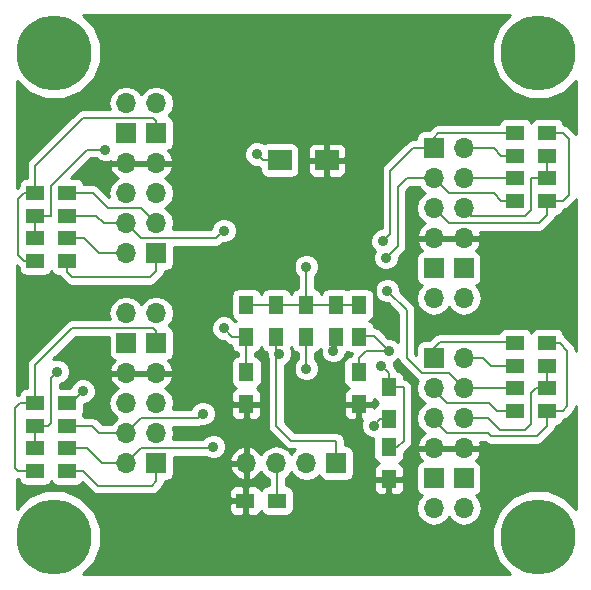
<source format=gbr>
G04 #@! TF.FileFunction,Copper,L2,Bot,Signal*
%FSLAX46Y46*%
G04 Gerber Fmt 4.6, Leading zero omitted, Abs format (unit mm)*
G04 Created by KiCad (PCBNEW (after 2015-mar-04 BZR unknown)-product) date 1/16/2017 4:02:41 PM*
%MOMM*%
G01*
G04 APERTURE LIST*
%ADD10C,0.150000*%
%ADD11R,1.500000X1.300000*%
%ADD12R,1.300000X1.500000*%
%ADD13C,6.350000*%
%ADD14R,2.000000X1.700000*%
%ADD15R,1.700000X1.700000*%
%ADD16O,1.700000X1.700000*%
%ADD17C,0.889000*%
%ADD18C,0.203200*%
%ADD19C,0.254000*%
G04 APERTURE END LIST*
D10*
D11*
X198040000Y-90805000D03*
X200740000Y-90805000D03*
X198040000Y-96520000D03*
X200740000Y-96520000D03*
X198040000Y-92710000D03*
X200740000Y-92710000D03*
X160100000Y-99695000D03*
X157400000Y-99695000D03*
X160100000Y-95885000D03*
X157400000Y-95885000D03*
X198040000Y-108585000D03*
X200740000Y-108585000D03*
X198040000Y-114300000D03*
X200740000Y-114300000D03*
X160100000Y-119380000D03*
X157400000Y-119380000D03*
X198040000Y-94615000D03*
X200740000Y-94615000D03*
D12*
X177800000Y-105330000D03*
X177800000Y-108030000D03*
D11*
X198040000Y-112395000D03*
X200740000Y-112395000D03*
X160100000Y-97790000D03*
X157400000Y-97790000D03*
D13*
X159000000Y-84000000D03*
X200000000Y-84000000D03*
X159000000Y-125000000D03*
X200000000Y-125000000D03*
D11*
X160100000Y-101600000D03*
X157400000Y-101600000D03*
D12*
X180340000Y-105330000D03*
X180340000Y-108030000D03*
D11*
X198040000Y-110490000D03*
X200740000Y-110490000D03*
X177880000Y-121920000D03*
X175180000Y-121920000D03*
D14*
X178086000Y-93091000D03*
X182086000Y-93091000D03*
D11*
X160100000Y-113665000D03*
X157400000Y-113665000D03*
X160100000Y-117475000D03*
X157400000Y-117475000D03*
X160100000Y-115570000D03*
X157400000Y-115570000D03*
D12*
X182880000Y-105330000D03*
X182880000Y-108030000D03*
D15*
X182880000Y-118745000D03*
D16*
X180340000Y-118745000D03*
X177800000Y-118745000D03*
X175260000Y-118745000D03*
D15*
X191135000Y-109855000D03*
D16*
X193675000Y-109855000D03*
X191135000Y-112395000D03*
X193675000Y-112395000D03*
X191135000Y-114935000D03*
X193675000Y-114935000D03*
X191135000Y-117475000D03*
X193675000Y-117475000D03*
D15*
X191135000Y-92075000D03*
D16*
X193675000Y-92075000D03*
X191135000Y-94615000D03*
X193675000Y-94615000D03*
X191135000Y-97155000D03*
X193675000Y-97155000D03*
X191135000Y-99695000D03*
X193675000Y-99695000D03*
D15*
X167640000Y-100965000D03*
D16*
X165100000Y-100965000D03*
X167640000Y-98425000D03*
X165100000Y-98425000D03*
X167640000Y-95885000D03*
X165100000Y-95885000D03*
X167640000Y-93345000D03*
X165100000Y-93345000D03*
D15*
X167640000Y-118745000D03*
D16*
X165100000Y-118745000D03*
X167640000Y-116205000D03*
X165100000Y-116205000D03*
X167640000Y-113665000D03*
X165100000Y-113665000D03*
X167640000Y-111125000D03*
X165100000Y-111125000D03*
D15*
X191135000Y-120015000D03*
D16*
X191135000Y-122555000D03*
D15*
X193675000Y-120015000D03*
D16*
X193675000Y-122555000D03*
D15*
X191135000Y-102235000D03*
D16*
X191135000Y-104775000D03*
D15*
X193675000Y-102235000D03*
D16*
X193675000Y-104775000D03*
D15*
X167640000Y-90805000D03*
D16*
X167640000Y-88265000D03*
D15*
X165100000Y-90805000D03*
D16*
X165100000Y-88265000D03*
D15*
X167640000Y-108585000D03*
D16*
X167640000Y-106045000D03*
D15*
X165100000Y-108585000D03*
D16*
X165100000Y-106045000D03*
D12*
X187325000Y-115015000D03*
X187325000Y-112315000D03*
X184785000Y-105330000D03*
X184785000Y-108030000D03*
X175260000Y-105330000D03*
X175260000Y-108030000D03*
X175260000Y-111045000D03*
X175260000Y-113745000D03*
X184785000Y-111045000D03*
X184785000Y-113745000D03*
X187325000Y-117395000D03*
X187325000Y-120095000D03*
D17*
X185293000Y-95504000D03*
X187198000Y-104140000D03*
X187071000Y-101346000D03*
X186817000Y-99949000D03*
X180340000Y-102108000D03*
X176149000Y-92583000D03*
X186055000Y-115570000D03*
X178054000Y-109474000D03*
X180340000Y-110744000D03*
X173355000Y-99060000D03*
X172466000Y-117348000D03*
X161417000Y-112649000D03*
X171577000Y-114554000D03*
X163322000Y-92202000D03*
X159258000Y-110998000D03*
X182626000Y-109220000D03*
X186690000Y-110490000D03*
X187325000Y-109220000D03*
X173355000Y-107315000D03*
D18*
X196469000Y-114300000D02*
X198040000Y-114300000D01*
X195834000Y-113665000D02*
X196469000Y-114300000D01*
X192278000Y-113665000D02*
X195834000Y-113665000D01*
X191135000Y-112522000D02*
X192278000Y-113665000D01*
X191135000Y-112395000D02*
X191135000Y-112522000D01*
X197913000Y-108458000D02*
X198040000Y-108585000D01*
X193040000Y-108458000D02*
X197913000Y-108458000D01*
X191643000Y-108458000D02*
X191135000Y-108966000D01*
X191135000Y-108966000D02*
X191135000Y-109855000D01*
X193040000Y-108458000D02*
X191643000Y-108458000D01*
X198040000Y-112395000D02*
X193675000Y-112395000D01*
X187198000Y-104140000D02*
X188849000Y-105791000D01*
X188849000Y-105791000D02*
X188849000Y-109855000D01*
X188849000Y-109855000D02*
X190119000Y-111125000D01*
X190119000Y-111125000D02*
X192405000Y-111125000D01*
X192405000Y-111125000D02*
X193675000Y-112395000D01*
X195326000Y-109855000D02*
X195961000Y-110490000D01*
X195961000Y-110490000D02*
X198040000Y-110490000D01*
X193675000Y-109855000D02*
X195326000Y-109855000D01*
X187071000Y-101346000D02*
X188087000Y-100330000D01*
X188087000Y-100330000D02*
X188087000Y-95377000D01*
X188087000Y-95377000D02*
X188849000Y-94615000D01*
X188849000Y-94615000D02*
X191135000Y-94615000D01*
X196850000Y-96520000D02*
X196215000Y-95885000D01*
X196215000Y-95885000D02*
X192405000Y-95885000D01*
X192405000Y-95885000D02*
X191135000Y-94615000D01*
X198040000Y-96520000D02*
X196850000Y-96520000D01*
X186817000Y-99949000D02*
X187452000Y-99314000D01*
X187452000Y-99314000D02*
X187452000Y-93980000D01*
X187452000Y-93980000D02*
X189357000Y-92075000D01*
X189357000Y-92075000D02*
X191135000Y-92075000D01*
X191516000Y-90805000D02*
X191135000Y-91186000D01*
X191135000Y-91186000D02*
X191135000Y-92075000D01*
X198040000Y-90805000D02*
X191516000Y-90805000D01*
X198040000Y-94615000D02*
X193675000Y-94615000D01*
X196850000Y-92710000D02*
X196215000Y-92075000D01*
X196215000Y-92075000D02*
X193675000Y-92075000D01*
X198040000Y-92710000D02*
X196850000Y-92710000D01*
X180340000Y-105330000D02*
X182880000Y-105330000D01*
X177800000Y-105330000D02*
X180340000Y-105330000D01*
X180340000Y-105330000D02*
X180340000Y-102108000D01*
X176657000Y-93091000D02*
X176149000Y-92583000D01*
X178086000Y-93091000D02*
X176657000Y-93091000D01*
X177880000Y-118825000D02*
X177800000Y-118745000D01*
X177880000Y-121920000D02*
X177880000Y-118825000D01*
X177800000Y-105330000D02*
X175260000Y-105330000D01*
X186610000Y-115015000D02*
X186055000Y-115570000D01*
X187325000Y-115015000D02*
X186610000Y-115015000D01*
X184785000Y-105330000D02*
X182880000Y-105330000D01*
X177800000Y-109220000D02*
X177800000Y-108030000D01*
X178054000Y-109474000D02*
X177800000Y-109220000D01*
X182880000Y-116840000D02*
X179070000Y-116840000D01*
X179070000Y-116840000D02*
X177800000Y-115570000D01*
X177800000Y-115570000D02*
X177800000Y-109728000D01*
X177800000Y-109728000D02*
X178054000Y-109474000D01*
X182880000Y-118745000D02*
X182880000Y-116840000D01*
X180340000Y-110744000D02*
X180340000Y-108030000D01*
X160100000Y-102569000D02*
X160528000Y-102997000D01*
X160528000Y-102997000D02*
X167132000Y-102997000D01*
X167132000Y-102997000D02*
X167640000Y-102489000D01*
X167640000Y-102489000D02*
X167640000Y-100965000D01*
X160100000Y-101600000D02*
X160100000Y-102569000D01*
X161544000Y-99695000D02*
X162814000Y-100965000D01*
X162814000Y-100965000D02*
X165100000Y-100965000D01*
X160100000Y-99695000D02*
X161544000Y-99695000D01*
X167640000Y-97790000D02*
X167640000Y-98425000D01*
X162306000Y-95885000D02*
X163576000Y-97155000D01*
X163576000Y-97155000D02*
X166370000Y-97155000D01*
X166370000Y-97155000D02*
X167640000Y-98425000D01*
X160100000Y-95885000D02*
X162306000Y-95885000D01*
X162560000Y-97790000D02*
X163195000Y-98425000D01*
X163195000Y-98425000D02*
X165100000Y-98425000D01*
X160100000Y-97790000D02*
X162560000Y-97790000D01*
X173355000Y-99060000D02*
X172720000Y-99695000D01*
X172720000Y-99695000D02*
X166370000Y-99695000D01*
X166370000Y-99695000D02*
X165100000Y-98425000D01*
X161417000Y-119380000D02*
X162687000Y-120650000D01*
X162687000Y-120650000D02*
X167259000Y-120650000D01*
X167259000Y-120650000D02*
X167640000Y-120269000D01*
X167640000Y-120269000D02*
X167640000Y-118745000D01*
X160100000Y-119380000D02*
X161417000Y-119380000D01*
X172466000Y-117348000D02*
X172339000Y-117475000D01*
X172339000Y-117475000D02*
X166370000Y-117475000D01*
X166370000Y-117475000D02*
X165100000Y-118745000D01*
X161798000Y-117475000D02*
X163068000Y-118745000D01*
X163068000Y-118745000D02*
X165100000Y-118745000D01*
X160100000Y-117475000D02*
X161798000Y-117475000D01*
X160401000Y-113665000D02*
X160100000Y-113665000D01*
X161417000Y-112649000D02*
X160401000Y-113665000D01*
X171577000Y-114554000D02*
X171196000Y-114935000D01*
X171196000Y-114935000D02*
X166370000Y-114935000D01*
X166370000Y-114935000D02*
X165100000Y-116205000D01*
X162179000Y-115570000D02*
X162814000Y-116205000D01*
X162814000Y-116205000D02*
X165100000Y-116205000D01*
X160100000Y-115570000D02*
X162179000Y-115570000D01*
X201803000Y-108585000D02*
X202438000Y-109220000D01*
X202438000Y-109220000D02*
X202438000Y-113919000D01*
X202438000Y-113919000D02*
X202057000Y-114300000D01*
X202057000Y-114300000D02*
X200740000Y-114300000D01*
X200740000Y-108585000D02*
X201803000Y-108585000D01*
X192278000Y-116205000D02*
X195707000Y-116205000D01*
X195707000Y-116205000D02*
X195961000Y-116459000D01*
X195961000Y-116459000D02*
X199898000Y-116459000D01*
X199898000Y-116459000D02*
X200740000Y-115617000D01*
X200740000Y-115617000D02*
X200740000Y-114300000D01*
X191135000Y-115062000D02*
X192278000Y-116205000D01*
X191135000Y-114935000D02*
X191135000Y-115062000D01*
X200740000Y-112395000D02*
X200740000Y-110490000D01*
X195707000Y-114935000D02*
X196723000Y-115951000D01*
X196723000Y-115951000D02*
X198882000Y-115951000D01*
X198882000Y-115951000D02*
X199390000Y-115443000D01*
X199390000Y-115443000D02*
X199390000Y-112776000D01*
X199390000Y-112776000D02*
X199771000Y-112395000D01*
X199771000Y-112395000D02*
X200740000Y-112395000D01*
X193675000Y-114935000D02*
X195707000Y-114935000D01*
X202057000Y-96520000D02*
X202565000Y-96012000D01*
X202565000Y-96012000D02*
X202565000Y-91313000D01*
X202565000Y-91313000D02*
X202057000Y-90805000D01*
X202057000Y-90805000D02*
X200740000Y-90805000D01*
X200740000Y-96520000D02*
X202057000Y-96520000D01*
X200740000Y-97710000D02*
X200025000Y-98425000D01*
X200025000Y-98425000D02*
X192405000Y-98425000D01*
X192405000Y-98425000D02*
X191135000Y-97155000D01*
X200740000Y-96520000D02*
X200740000Y-97710000D01*
X200740000Y-94615000D02*
X200740000Y-92710000D01*
X199390000Y-94615000D02*
X199390000Y-95631000D01*
X198882000Y-97790000D02*
X194310000Y-97790000D01*
X194310000Y-97790000D02*
X193675000Y-97155000D01*
X200740000Y-94615000D02*
X199390000Y-94615000D01*
X199390000Y-97282000D02*
X198882000Y-97790000D01*
X199390000Y-95631000D02*
X199390000Y-97282000D01*
X157400000Y-93552000D02*
X161417000Y-89535000D01*
X161417000Y-89535000D02*
X167386000Y-89535000D01*
X167386000Y-89535000D02*
X167640000Y-89789000D01*
X167640000Y-89789000D02*
X167640000Y-90805000D01*
X157400000Y-95885000D02*
X157400000Y-93552000D01*
X156464000Y-101600000D02*
X155956000Y-101092000D01*
X155956000Y-101092000D02*
X155956000Y-96393000D01*
X155956000Y-96393000D02*
X156464000Y-95885000D01*
X156464000Y-95885000D02*
X157400000Y-95885000D01*
X157400000Y-101600000D02*
X156464000Y-101600000D01*
X157400000Y-97790000D02*
X157400000Y-99695000D01*
X158750000Y-97790000D02*
X158750000Y-95250000D01*
X158750000Y-95250000D02*
X161798000Y-92202000D01*
X161798000Y-92202000D02*
X163322000Y-92202000D01*
X157400000Y-97790000D02*
X158750000Y-97790000D01*
X155956000Y-119380000D02*
X155702000Y-119126000D01*
X155702000Y-119126000D02*
X155702000Y-114046000D01*
X155702000Y-114046000D02*
X156083000Y-113665000D01*
X156083000Y-113665000D02*
X157400000Y-113665000D01*
X157400000Y-119380000D02*
X155956000Y-119380000D01*
X157400000Y-110443000D02*
X160528000Y-107315000D01*
X160528000Y-107315000D02*
X167386000Y-107315000D01*
X167386000Y-107315000D02*
X167640000Y-107569000D01*
X167640000Y-107569000D02*
X167640000Y-108585000D01*
X157400000Y-113665000D02*
X157400000Y-110443000D01*
X157400000Y-117475000D02*
X157400000Y-115570000D01*
X158496000Y-115570000D02*
X158750000Y-115316000D01*
X158750000Y-115316000D02*
X158750000Y-111506000D01*
X158750000Y-111506000D02*
X159258000Y-110998000D01*
X157400000Y-115570000D02*
X158496000Y-115570000D01*
X182626000Y-109220000D02*
X182880000Y-108966000D01*
X182880000Y-108966000D02*
X182880000Y-108030000D01*
X186690000Y-110490000D02*
X187325000Y-111125000D01*
X187325000Y-111125000D02*
X187325000Y-112315000D01*
X188040000Y-117395000D02*
X188595000Y-116840000D01*
X188595000Y-116840000D02*
X188595000Y-112395000D01*
X188595000Y-112395000D02*
X188515000Y-112315000D01*
X188515000Y-112315000D02*
X187325000Y-112315000D01*
X187325000Y-117395000D02*
X188040000Y-117395000D01*
X184865000Y-107950000D02*
X184785000Y-108030000D01*
X187325000Y-109220000D02*
X186690000Y-108585000D01*
X186690000Y-108585000D02*
X186055000Y-107950000D01*
X186055000Y-107950000D02*
X184865000Y-107950000D01*
X184785000Y-109855000D02*
X185420000Y-109220000D01*
X185420000Y-109220000D02*
X187325000Y-109220000D01*
X184785000Y-111045000D02*
X184785000Y-109855000D01*
X173355000Y-107315000D02*
X174070000Y-108030000D01*
X174070000Y-108030000D02*
X175260000Y-108030000D01*
X175260000Y-111045000D02*
X175260000Y-108030000D01*
D19*
G36*
X203174500Y-122607421D02*
X202233043Y-121664320D01*
X200786553Y-121063685D01*
X199220318Y-121062318D01*
X197772782Y-121660428D01*
X196664320Y-122766957D01*
X196063685Y-124213447D01*
X196062318Y-125779682D01*
X196660428Y-127227218D01*
X197606058Y-128174500D01*
X195189093Y-128174500D01*
X195189093Y-122555000D01*
X195076054Y-121986715D01*
X194754147Y-121504946D01*
X194711273Y-121476298D01*
X194767123Y-121465463D01*
X194979927Y-121325673D01*
X195122377Y-121114640D01*
X195172440Y-120865000D01*
X195172440Y-119165000D01*
X195125463Y-118922877D01*
X194985673Y-118710073D01*
X194774640Y-118567623D01*
X194669110Y-118546460D01*
X194946645Y-118241924D01*
X195116476Y-117831890D01*
X194995155Y-117602000D01*
X193802000Y-117602000D01*
X193802000Y-117622000D01*
X193548000Y-117622000D01*
X193548000Y-117602000D01*
X192455155Y-117602000D01*
X192354845Y-117602000D01*
X191262000Y-117602000D01*
X191262000Y-117622000D01*
X191008000Y-117622000D01*
X191008000Y-117602000D01*
X189814845Y-117602000D01*
X189693524Y-117831890D01*
X189863355Y-118241924D01*
X190140161Y-118545661D01*
X190042877Y-118564537D01*
X189830073Y-118704327D01*
X189687623Y-118915360D01*
X189637560Y-119165000D01*
X189637560Y-120865000D01*
X189684537Y-121107123D01*
X189824327Y-121319927D01*
X190035360Y-121462377D01*
X190100124Y-121475364D01*
X190055853Y-121504946D01*
X189733946Y-121986715D01*
X189620907Y-122555000D01*
X189733946Y-123123285D01*
X190055853Y-123605054D01*
X190537622Y-123926961D01*
X191105907Y-124040000D01*
X191164093Y-124040000D01*
X191732378Y-123926961D01*
X192214147Y-123605054D01*
X192405000Y-123319421D01*
X192595853Y-123605054D01*
X193077622Y-123926961D01*
X193645907Y-124040000D01*
X193704093Y-124040000D01*
X194272378Y-123926961D01*
X194754147Y-123605054D01*
X195076054Y-123123285D01*
X195189093Y-122555000D01*
X195189093Y-128174500D01*
X188610000Y-128174500D01*
X188610000Y-120971309D01*
X188610000Y-120380750D01*
X188451250Y-120222000D01*
X187452000Y-120222000D01*
X187452000Y-121321250D01*
X187610750Y-121480000D01*
X187848691Y-121480000D01*
X188101310Y-121480000D01*
X188334699Y-121383327D01*
X188513327Y-121204698D01*
X188610000Y-120971309D01*
X188610000Y-128174500D01*
X187198000Y-128174500D01*
X187198000Y-121321250D01*
X187198000Y-120222000D01*
X186198750Y-120222000D01*
X186040000Y-120380750D01*
X186040000Y-120971309D01*
X186136673Y-121204698D01*
X186315301Y-121383327D01*
X186548690Y-121480000D01*
X186801309Y-121480000D01*
X187039250Y-121480000D01*
X187198000Y-121321250D01*
X187198000Y-128174500D01*
X184658000Y-128174500D01*
X184658000Y-114971250D01*
X184658000Y-113872000D01*
X183658750Y-113872000D01*
X183500000Y-114030750D01*
X183500000Y-114621309D01*
X183596673Y-114854698D01*
X183775301Y-115033327D01*
X184008690Y-115130000D01*
X184261309Y-115130000D01*
X184499250Y-115130000D01*
X184658000Y-114971250D01*
X184658000Y-128174500D01*
X175133000Y-128174500D01*
X175133000Y-120065155D01*
X175133000Y-118872000D01*
X175133000Y-118618000D01*
X175133000Y-117424845D01*
X175133000Y-114971250D01*
X175133000Y-113872000D01*
X174133750Y-113872000D01*
X173975000Y-114030750D01*
X173975000Y-114621309D01*
X174071673Y-114854698D01*
X174250301Y-115033327D01*
X174483690Y-115130000D01*
X174736309Y-115130000D01*
X174974250Y-115130000D01*
X175133000Y-114971250D01*
X175133000Y-117424845D01*
X174903110Y-117303524D01*
X174493076Y-117473355D01*
X174064817Y-117863642D01*
X173818514Y-118388108D01*
X173939181Y-118618000D01*
X175133000Y-118618000D01*
X175133000Y-118872000D01*
X173939181Y-118872000D01*
X173818514Y-119101892D01*
X174064817Y-119626358D01*
X174493076Y-120016645D01*
X174903110Y-120186476D01*
X175133000Y-120065155D01*
X175133000Y-128174500D01*
X175053000Y-128174500D01*
X175053000Y-123046250D01*
X175053000Y-122047000D01*
X175053000Y-121793000D01*
X175053000Y-120793750D01*
X174894250Y-120635000D01*
X174303691Y-120635000D01*
X174070302Y-120731673D01*
X173891673Y-120910301D01*
X173795000Y-121143690D01*
X173795000Y-121396309D01*
X173795000Y-121634250D01*
X173953750Y-121793000D01*
X175053000Y-121793000D01*
X175053000Y-122047000D01*
X173953750Y-122047000D01*
X173795000Y-122205750D01*
X173795000Y-122443691D01*
X173795000Y-122696310D01*
X173891673Y-122929699D01*
X174070302Y-123108327D01*
X174303691Y-123205000D01*
X174894250Y-123205000D01*
X175053000Y-123046250D01*
X175053000Y-128174500D01*
X161392578Y-128174500D01*
X162335680Y-127233043D01*
X162936315Y-125786553D01*
X162937682Y-124220318D01*
X162339572Y-122772782D01*
X161233043Y-121664320D01*
X159786553Y-121063685D01*
X158220318Y-121062318D01*
X156772782Y-121660428D01*
X155825500Y-122606058D01*
X155825500Y-120090642D01*
X155956000Y-120116600D01*
X156019362Y-120116600D01*
X156049537Y-120272123D01*
X156189327Y-120484927D01*
X156400360Y-120627377D01*
X156650000Y-120677440D01*
X158150000Y-120677440D01*
X158392123Y-120630463D01*
X158604927Y-120490673D01*
X158747377Y-120279640D01*
X158749216Y-120270469D01*
X158749537Y-120272123D01*
X158889327Y-120484927D01*
X159100360Y-120627377D01*
X159350000Y-120677440D01*
X160850000Y-120677440D01*
X161092123Y-120630463D01*
X161304927Y-120490673D01*
X161377882Y-120382592D01*
X162166145Y-121170855D01*
X162405115Y-121330530D01*
X162687000Y-121386600D01*
X167259000Y-121386600D01*
X167540885Y-121330530D01*
X167779855Y-121170855D01*
X168160855Y-120789855D01*
X168320530Y-120550885D01*
X168376600Y-120269000D01*
X168376600Y-120242440D01*
X168490000Y-120242440D01*
X168732123Y-120195463D01*
X168944927Y-120055673D01*
X169087377Y-119844640D01*
X169137440Y-119595000D01*
X169137440Y-118211600D01*
X171802780Y-118211600D01*
X171853714Y-118262622D01*
X172250332Y-118427313D01*
X172679784Y-118427687D01*
X173076689Y-118263689D01*
X173380622Y-117960286D01*
X173545313Y-117563668D01*
X173545687Y-117134216D01*
X173381689Y-116737311D01*
X173078286Y-116433378D01*
X172681668Y-116268687D01*
X172252216Y-116268313D01*
X171855311Y-116432311D01*
X171551378Y-116735714D01*
X171550262Y-116738400D01*
X169047993Y-116738400D01*
X169154093Y-116205000D01*
X169047993Y-115671600D01*
X171196000Y-115671600D01*
X171388364Y-115633336D01*
X171790784Y-115633687D01*
X172187689Y-115469689D01*
X172491622Y-115166286D01*
X172656313Y-114769668D01*
X172656687Y-114340216D01*
X172492689Y-113943311D01*
X172189286Y-113639378D01*
X171792668Y-113474687D01*
X171363216Y-113474313D01*
X170966311Y-113638311D01*
X170662378Y-113941714D01*
X170555792Y-114198400D01*
X169047993Y-114198400D01*
X169154093Y-113665000D01*
X169041054Y-113096715D01*
X168719147Y-112614946D01*
X168378446Y-112387297D01*
X168521358Y-112320183D01*
X168911645Y-111891924D01*
X169081476Y-111481890D01*
X168960155Y-111252000D01*
X167767000Y-111252000D01*
X167767000Y-111272000D01*
X167513000Y-111272000D01*
X167513000Y-111252000D01*
X166420155Y-111252000D01*
X166319845Y-111252000D01*
X165227000Y-111252000D01*
X165227000Y-111272000D01*
X164973000Y-111272000D01*
X164973000Y-111252000D01*
X163779845Y-111252000D01*
X163658524Y-111481890D01*
X163828355Y-111891924D01*
X164218642Y-112320183D01*
X164361553Y-112387297D01*
X164020853Y-112614946D01*
X163698946Y-113096715D01*
X163585907Y-113665000D01*
X163698946Y-114233285D01*
X164020853Y-114715054D01*
X164350026Y-114935000D01*
X164020853Y-115154946D01*
X163811410Y-115468400D01*
X163119110Y-115468400D01*
X162699855Y-115049145D01*
X162460885Y-114889470D01*
X162179000Y-114833400D01*
X161480637Y-114833400D01*
X161450463Y-114677877D01*
X161411242Y-114618171D01*
X161447377Y-114564640D01*
X161497440Y-114315000D01*
X161497440Y-113728570D01*
X161630784Y-113728687D01*
X162027689Y-113564689D01*
X162331622Y-113261286D01*
X162496313Y-112864668D01*
X162496687Y-112435216D01*
X162332689Y-112038311D01*
X162029286Y-111734378D01*
X161632668Y-111569687D01*
X161203216Y-111569313D01*
X160806311Y-111733311D01*
X160502378Y-112036714D01*
X160364998Y-112367560D01*
X159486600Y-112367560D01*
X159486600Y-112071565D01*
X159868689Y-111913689D01*
X160172622Y-111610286D01*
X160337313Y-111213668D01*
X160337687Y-110784216D01*
X160173689Y-110387311D01*
X159870286Y-110083378D01*
X159473668Y-109918687D01*
X159044216Y-109918313D01*
X158911601Y-109973108D01*
X160833110Y-108051600D01*
X163602560Y-108051600D01*
X163602560Y-109435000D01*
X163649537Y-109677123D01*
X163789327Y-109889927D01*
X164000360Y-110032377D01*
X164105889Y-110053539D01*
X163828355Y-110358076D01*
X163658524Y-110768110D01*
X163779845Y-110998000D01*
X164973000Y-110998000D01*
X164973000Y-110978000D01*
X165227000Y-110978000D01*
X165227000Y-110998000D01*
X166319845Y-110998000D01*
X166420155Y-110998000D01*
X167513000Y-110998000D01*
X167513000Y-110978000D01*
X167767000Y-110978000D01*
X167767000Y-110998000D01*
X168960155Y-110998000D01*
X169081476Y-110768110D01*
X168911645Y-110358076D01*
X168634838Y-110054338D01*
X168732123Y-110035463D01*
X168944927Y-109895673D01*
X169087377Y-109684640D01*
X169137440Y-109435000D01*
X169137440Y-107735000D01*
X169090463Y-107492877D01*
X168950673Y-107280073D01*
X168739640Y-107137623D01*
X168674875Y-107124635D01*
X168719147Y-107095054D01*
X169041054Y-106613285D01*
X169154093Y-106045000D01*
X169041054Y-105476715D01*
X168719147Y-104994946D01*
X168237378Y-104673039D01*
X167669093Y-104560000D01*
X167610907Y-104560000D01*
X167042622Y-104673039D01*
X166560853Y-104994946D01*
X166370000Y-105280578D01*
X166179147Y-104994946D01*
X165697378Y-104673039D01*
X165129093Y-104560000D01*
X165070907Y-104560000D01*
X164502622Y-104673039D01*
X164020853Y-104994946D01*
X163698946Y-105476715D01*
X163585907Y-106045000D01*
X163692006Y-106578400D01*
X160528000Y-106578400D01*
X160246115Y-106634470D01*
X160007145Y-106794145D01*
X156879145Y-109922145D01*
X156719470Y-110161115D01*
X156663400Y-110443000D01*
X156663400Y-112367560D01*
X156650000Y-112367560D01*
X156407877Y-112414537D01*
X156195073Y-112554327D01*
X156052623Y-112765360D01*
X156017306Y-112941467D01*
X155825500Y-112979619D01*
X155825500Y-102003210D01*
X155943145Y-102120855D01*
X156002560Y-102160554D01*
X156002560Y-102250000D01*
X156049537Y-102492123D01*
X156189327Y-102704927D01*
X156400360Y-102847377D01*
X156650000Y-102897440D01*
X158150000Y-102897440D01*
X158392123Y-102850463D01*
X158604927Y-102710673D01*
X158747377Y-102499640D01*
X158749216Y-102490469D01*
X158749537Y-102492123D01*
X158889327Y-102704927D01*
X159100360Y-102847377D01*
X159350000Y-102897440D01*
X159450577Y-102897440D01*
X159579145Y-103089855D01*
X160007145Y-103517855D01*
X160246115Y-103677530D01*
X160528000Y-103733600D01*
X167132000Y-103733600D01*
X167413885Y-103677530D01*
X167652855Y-103517855D01*
X168160855Y-103009855D01*
X168320530Y-102770885D01*
X168376600Y-102489000D01*
X168376600Y-102462440D01*
X168490000Y-102462440D01*
X168732123Y-102415463D01*
X168944927Y-102275673D01*
X169087377Y-102064640D01*
X169137440Y-101815000D01*
X169137440Y-100431600D01*
X172720000Y-100431600D01*
X173001885Y-100375530D01*
X173240855Y-100215855D01*
X173317242Y-100139467D01*
X173568784Y-100139687D01*
X173965689Y-99975689D01*
X174269622Y-99672286D01*
X174434313Y-99275668D01*
X174434687Y-98846216D01*
X174270689Y-98449311D01*
X173967286Y-98145378D01*
X173570668Y-97980687D01*
X173141216Y-97980313D01*
X172744311Y-98144311D01*
X172440378Y-98447714D01*
X172275687Y-98844332D01*
X172275587Y-98958400D01*
X169047993Y-98958400D01*
X169154093Y-98425000D01*
X169041054Y-97856715D01*
X168719147Y-97374946D01*
X168389973Y-97154999D01*
X168719147Y-96935054D01*
X169041054Y-96453285D01*
X169154093Y-95885000D01*
X169041054Y-95316715D01*
X168719147Y-94834946D01*
X168378446Y-94607297D01*
X168521358Y-94540183D01*
X168911645Y-94111924D01*
X169081476Y-93701890D01*
X168960155Y-93472000D01*
X167767000Y-93472000D01*
X167767000Y-93492000D01*
X167513000Y-93492000D01*
X167513000Y-93472000D01*
X166420155Y-93472000D01*
X166319845Y-93472000D01*
X165227000Y-93472000D01*
X165227000Y-93492000D01*
X164973000Y-93492000D01*
X164973000Y-93472000D01*
X163779845Y-93472000D01*
X163658524Y-93701890D01*
X163828355Y-94111924D01*
X164218642Y-94540183D01*
X164361553Y-94607297D01*
X164020853Y-94834946D01*
X163698946Y-95316715D01*
X163585907Y-95885000D01*
X163645052Y-96182342D01*
X162826855Y-95364145D01*
X162587885Y-95204470D01*
X162306000Y-95148400D01*
X161480637Y-95148400D01*
X161450463Y-94992877D01*
X161310673Y-94780073D01*
X161099640Y-94637623D01*
X160850000Y-94587560D01*
X160454150Y-94587560D01*
X162103110Y-92938600D01*
X162532002Y-92938600D01*
X162709714Y-93116622D01*
X163106332Y-93281313D01*
X163535784Y-93281687D01*
X163763746Y-93187494D01*
X163779845Y-93218000D01*
X164973000Y-93218000D01*
X164973000Y-93198000D01*
X165227000Y-93198000D01*
X165227000Y-93218000D01*
X166319845Y-93218000D01*
X166420155Y-93218000D01*
X167513000Y-93218000D01*
X167513000Y-93198000D01*
X167767000Y-93198000D01*
X167767000Y-93218000D01*
X168960155Y-93218000D01*
X169081476Y-92988110D01*
X168911645Y-92578076D01*
X168634838Y-92274338D01*
X168732123Y-92255463D01*
X168944927Y-92115673D01*
X169087377Y-91904640D01*
X169137440Y-91655000D01*
X169137440Y-89955000D01*
X169090463Y-89712877D01*
X168950673Y-89500073D01*
X168739640Y-89357623D01*
X168674875Y-89344635D01*
X168719147Y-89315054D01*
X169041054Y-88833285D01*
X169154093Y-88265000D01*
X169041054Y-87696715D01*
X168719147Y-87214946D01*
X168237378Y-86893039D01*
X167669093Y-86780000D01*
X167610907Y-86780000D01*
X167042622Y-86893039D01*
X166560853Y-87214946D01*
X166370000Y-87500578D01*
X166179147Y-87214946D01*
X165697378Y-86893039D01*
X165129093Y-86780000D01*
X165070907Y-86780000D01*
X164502622Y-86893039D01*
X164020853Y-87214946D01*
X163698946Y-87696715D01*
X163585907Y-88265000D01*
X163692006Y-88798400D01*
X161417000Y-88798400D01*
X161135115Y-88854470D01*
X160896145Y-89014145D01*
X156879145Y-93031145D01*
X156719470Y-93270115D01*
X156663400Y-93552000D01*
X156663400Y-94587560D01*
X156650000Y-94587560D01*
X156407877Y-94634537D01*
X156195073Y-94774327D01*
X156052623Y-94985360D01*
X156002560Y-95235000D01*
X156002560Y-95324445D01*
X155943145Y-95364145D01*
X155825500Y-95481790D01*
X155825500Y-86392578D01*
X156766957Y-87335680D01*
X158213447Y-87936315D01*
X159779682Y-87937682D01*
X161227218Y-87339572D01*
X162335680Y-86233043D01*
X162936315Y-84786553D01*
X162937682Y-83220318D01*
X162339572Y-81772782D01*
X161393941Y-80825500D01*
X197607421Y-80825500D01*
X196664320Y-81766957D01*
X196063685Y-83213447D01*
X196062318Y-84779682D01*
X196660428Y-86227218D01*
X197766957Y-87335680D01*
X199213447Y-87936315D01*
X200779682Y-87937682D01*
X202227218Y-87339572D01*
X203174500Y-86393941D01*
X203174500Y-90924811D01*
X203085855Y-90792145D01*
X202577855Y-90284145D01*
X202338885Y-90124470D01*
X202123192Y-90081566D01*
X202090463Y-89912877D01*
X201950673Y-89700073D01*
X201739640Y-89557623D01*
X201490000Y-89507560D01*
X199990000Y-89507560D01*
X199747877Y-89554537D01*
X199535073Y-89694327D01*
X199392623Y-89905360D01*
X199390783Y-89914530D01*
X199390463Y-89912877D01*
X199250673Y-89700073D01*
X199039640Y-89557623D01*
X198790000Y-89507560D01*
X197290000Y-89507560D01*
X197047877Y-89554537D01*
X196835073Y-89694327D01*
X196692623Y-89905360D01*
X196659926Y-90068400D01*
X191516000Y-90068400D01*
X191234115Y-90124470D01*
X190995145Y-90284145D01*
X190701730Y-90577560D01*
X190285000Y-90577560D01*
X190042877Y-90624537D01*
X189830073Y-90764327D01*
X189687623Y-90975360D01*
X189637560Y-91225000D01*
X189637560Y-91338400D01*
X189357000Y-91338400D01*
X189075115Y-91394470D01*
X188836145Y-91554145D01*
X186931145Y-93459145D01*
X186771470Y-93698115D01*
X186715400Y-93980000D01*
X186715400Y-98869410D01*
X186603216Y-98869313D01*
X186206311Y-99033311D01*
X185902378Y-99336714D01*
X185737687Y-99733332D01*
X185737313Y-100162784D01*
X185901311Y-100559689D01*
X186132481Y-100791263D01*
X185991687Y-101130332D01*
X185991313Y-101559784D01*
X186155311Y-101956689D01*
X186458714Y-102260622D01*
X186855332Y-102425313D01*
X187284784Y-102425687D01*
X187681689Y-102261689D01*
X187985622Y-101958286D01*
X188150313Y-101561668D01*
X188150533Y-101308176D01*
X188607855Y-100850855D01*
X188767530Y-100611885D01*
X188823600Y-100330000D01*
X188823600Y-95682110D01*
X189154110Y-95351600D01*
X189846410Y-95351600D01*
X190055853Y-95665054D01*
X190385026Y-95885000D01*
X190055853Y-96104946D01*
X189733946Y-96586715D01*
X189620907Y-97155000D01*
X189733946Y-97723285D01*
X190055853Y-98205054D01*
X190396553Y-98432702D01*
X190253642Y-98499817D01*
X189863355Y-98928076D01*
X189693524Y-99338110D01*
X189814845Y-99568000D01*
X191008000Y-99568000D01*
X191008000Y-99548000D01*
X191262000Y-99548000D01*
X191262000Y-99568000D01*
X192354845Y-99568000D01*
X192455155Y-99568000D01*
X193548000Y-99568000D01*
X193548000Y-99548000D01*
X193802000Y-99548000D01*
X193802000Y-99568000D01*
X194995155Y-99568000D01*
X195116476Y-99338110D01*
X195043367Y-99161600D01*
X200025000Y-99161600D01*
X200306885Y-99105530D01*
X200545855Y-98945855D01*
X201260855Y-98230855D01*
X201420530Y-97991885D01*
X201420530Y-97991884D01*
X201455228Y-97817440D01*
X201455229Y-97817440D01*
X201490000Y-97817440D01*
X201732123Y-97770463D01*
X201944927Y-97630673D01*
X202087377Y-97419640D01*
X202122693Y-97243532D01*
X202338885Y-97200530D01*
X202577855Y-97040855D01*
X203085855Y-96532855D01*
X203174500Y-96400188D01*
X203174500Y-109219497D01*
X203118530Y-108938116D01*
X203118530Y-108938115D01*
X202958855Y-108699145D01*
X202323855Y-108064145D01*
X202137440Y-107939586D01*
X202137440Y-107935000D01*
X202090463Y-107692877D01*
X201950673Y-107480073D01*
X201739640Y-107337623D01*
X201490000Y-107287560D01*
X199990000Y-107287560D01*
X199747877Y-107334537D01*
X199535073Y-107474327D01*
X199392623Y-107685360D01*
X199390783Y-107694530D01*
X199390463Y-107692877D01*
X199250673Y-107480073D01*
X199039640Y-107337623D01*
X198790000Y-107287560D01*
X197290000Y-107287560D01*
X197047877Y-107334537D01*
X196835073Y-107474327D01*
X196692623Y-107685360D01*
X196685395Y-107721400D01*
X195189093Y-107721400D01*
X195189093Y-104775000D01*
X195076054Y-104206715D01*
X194754147Y-103724946D01*
X194711273Y-103696298D01*
X194767123Y-103685463D01*
X194979927Y-103545673D01*
X195122377Y-103334640D01*
X195172440Y-103085000D01*
X195172440Y-101385000D01*
X195125463Y-101142877D01*
X194985673Y-100930073D01*
X194774640Y-100787623D01*
X194669110Y-100766460D01*
X194946645Y-100461924D01*
X195116476Y-100051890D01*
X194995155Y-99822000D01*
X193802000Y-99822000D01*
X193802000Y-99842000D01*
X193548000Y-99842000D01*
X193548000Y-99822000D01*
X192455155Y-99822000D01*
X192354845Y-99822000D01*
X191262000Y-99822000D01*
X191262000Y-99842000D01*
X191008000Y-99842000D01*
X191008000Y-99822000D01*
X189814845Y-99822000D01*
X189693524Y-100051890D01*
X189863355Y-100461924D01*
X190140161Y-100765661D01*
X190042877Y-100784537D01*
X189830073Y-100924327D01*
X189687623Y-101135360D01*
X189637560Y-101385000D01*
X189637560Y-103085000D01*
X189684537Y-103327123D01*
X189824327Y-103539927D01*
X190035360Y-103682377D01*
X190100124Y-103695364D01*
X190055853Y-103724946D01*
X189733946Y-104206715D01*
X189620907Y-104775000D01*
X189733946Y-105343285D01*
X190055853Y-105825054D01*
X190537622Y-106146961D01*
X191105907Y-106260000D01*
X191164093Y-106260000D01*
X191732378Y-106146961D01*
X192214147Y-105825054D01*
X192405000Y-105539421D01*
X192595853Y-105825054D01*
X193077622Y-106146961D01*
X193645907Y-106260000D01*
X193704093Y-106260000D01*
X194272378Y-106146961D01*
X194754147Y-105825054D01*
X195076054Y-105343285D01*
X195189093Y-104775000D01*
X195189093Y-107721400D01*
X193040000Y-107721400D01*
X191643000Y-107721400D01*
X191361115Y-107777470D01*
X191122145Y-107937145D01*
X190701730Y-108357560D01*
X190285000Y-108357560D01*
X190042877Y-108404537D01*
X189830073Y-108544327D01*
X189687623Y-108755360D01*
X189637560Y-109005000D01*
X189637560Y-109601850D01*
X189585600Y-109549890D01*
X189585600Y-105791000D01*
X189529530Y-105509116D01*
X189529530Y-105509115D01*
X189369855Y-105270145D01*
X188277467Y-104177757D01*
X188277687Y-103926216D01*
X188113689Y-103529311D01*
X187810286Y-103225378D01*
X187413668Y-103060687D01*
X186984216Y-103060313D01*
X186587311Y-103224311D01*
X186283378Y-103527714D01*
X186118687Y-103924332D01*
X186118313Y-104353784D01*
X186282311Y-104750689D01*
X186585714Y-105054622D01*
X186982332Y-105219313D01*
X187235823Y-105219533D01*
X188112400Y-106096110D01*
X188112400Y-108480797D01*
X187937286Y-108305378D01*
X187540668Y-108140687D01*
X187287176Y-108140466D01*
X187210855Y-108064145D01*
X186575855Y-107429145D01*
X186336885Y-107269470D01*
X186070100Y-107216403D01*
X186035463Y-107037877D01*
X185895673Y-106825073D01*
X185684640Y-106682623D01*
X185675469Y-106680783D01*
X185677123Y-106680463D01*
X185889927Y-106540673D01*
X186032377Y-106329640D01*
X186082440Y-106080000D01*
X186082440Y-104580000D01*
X186035463Y-104337877D01*
X185895673Y-104125073D01*
X185684640Y-103982623D01*
X185435000Y-103932560D01*
X184135000Y-103932560D01*
X183892877Y-103979537D01*
X183833171Y-104018757D01*
X183779640Y-103982623D01*
X183721000Y-103970863D01*
X183721000Y-94067310D01*
X183721000Y-93814691D01*
X183721000Y-93376750D01*
X183721000Y-92805250D01*
X183721000Y-92367309D01*
X183721000Y-92114690D01*
X183624327Y-91881301D01*
X183445698Y-91702673D01*
X183212309Y-91606000D01*
X182371750Y-91606000D01*
X182213000Y-91764750D01*
X182213000Y-92964000D01*
X183562250Y-92964000D01*
X183721000Y-92805250D01*
X183721000Y-93376750D01*
X183562250Y-93218000D01*
X182213000Y-93218000D01*
X182213000Y-94417250D01*
X182371750Y-94576000D01*
X183212309Y-94576000D01*
X183445698Y-94479327D01*
X183624327Y-94300699D01*
X183721000Y-94067310D01*
X183721000Y-103970863D01*
X183530000Y-103932560D01*
X182230000Y-103932560D01*
X181987877Y-103979537D01*
X181959000Y-103998506D01*
X181959000Y-94417250D01*
X181959000Y-93218000D01*
X181959000Y-92964000D01*
X181959000Y-91764750D01*
X181800250Y-91606000D01*
X180959691Y-91606000D01*
X180726302Y-91702673D01*
X180547673Y-91881301D01*
X180451000Y-92114690D01*
X180451000Y-92367309D01*
X180451000Y-92805250D01*
X180609750Y-92964000D01*
X181959000Y-92964000D01*
X181959000Y-93218000D01*
X180609750Y-93218000D01*
X180451000Y-93376750D01*
X180451000Y-93814691D01*
X180451000Y-94067310D01*
X180547673Y-94300699D01*
X180726302Y-94479327D01*
X180959691Y-94576000D01*
X181800250Y-94576000D01*
X181959000Y-94417250D01*
X181959000Y-103998506D01*
X181775073Y-104119327D01*
X181632623Y-104330360D01*
X181610453Y-104440909D01*
X181590463Y-104337877D01*
X181450673Y-104125073D01*
X181239640Y-103982623D01*
X181076600Y-103949926D01*
X181076600Y-102897997D01*
X181254622Y-102720286D01*
X181419313Y-102323668D01*
X181419687Y-101894216D01*
X181255689Y-101497311D01*
X180952286Y-101193378D01*
X180555668Y-101028687D01*
X180126216Y-101028313D01*
X179733440Y-101190604D01*
X179733440Y-93941000D01*
X179733440Y-92241000D01*
X179686463Y-91998877D01*
X179546673Y-91786073D01*
X179335640Y-91643623D01*
X179086000Y-91593560D01*
X177086000Y-91593560D01*
X176843877Y-91640537D01*
X176777210Y-91684330D01*
X176761286Y-91668378D01*
X176364668Y-91503687D01*
X175935216Y-91503313D01*
X175538311Y-91667311D01*
X175234378Y-91970714D01*
X175069687Y-92367332D01*
X175069313Y-92796784D01*
X175233311Y-93193689D01*
X175536714Y-93497622D01*
X175933332Y-93662313D01*
X176212023Y-93662555D01*
X176375115Y-93771530D01*
X176438560Y-93784149D01*
X176438560Y-93941000D01*
X176485537Y-94183123D01*
X176625327Y-94395927D01*
X176836360Y-94538377D01*
X177086000Y-94588440D01*
X179086000Y-94588440D01*
X179328123Y-94541463D01*
X179540927Y-94401673D01*
X179683377Y-94190640D01*
X179733440Y-93941000D01*
X179733440Y-101190604D01*
X179729311Y-101192311D01*
X179425378Y-101495714D01*
X179260687Y-101892332D01*
X179260313Y-102321784D01*
X179424311Y-102718689D01*
X179603400Y-102898090D01*
X179603400Y-103949362D01*
X179447877Y-103979537D01*
X179235073Y-104119327D01*
X179092623Y-104330360D01*
X179070453Y-104440909D01*
X179050463Y-104337877D01*
X178910673Y-104125073D01*
X178699640Y-103982623D01*
X178450000Y-103932560D01*
X177150000Y-103932560D01*
X176907877Y-103979537D01*
X176695073Y-104119327D01*
X176552623Y-104330360D01*
X176530453Y-104440909D01*
X176510463Y-104337877D01*
X176370673Y-104125073D01*
X176159640Y-103982623D01*
X175910000Y-103932560D01*
X174610000Y-103932560D01*
X174367877Y-103979537D01*
X174155073Y-104119327D01*
X174012623Y-104330360D01*
X173962560Y-104580000D01*
X173962560Y-106080000D01*
X174009537Y-106322123D01*
X174149327Y-106534927D01*
X174360360Y-106677377D01*
X174369530Y-106679216D01*
X174367877Y-106679537D01*
X174283385Y-106735039D01*
X174270689Y-106704311D01*
X173967286Y-106400378D01*
X173570668Y-106235687D01*
X173141216Y-106235313D01*
X172744311Y-106399311D01*
X172440378Y-106702714D01*
X172275687Y-107099332D01*
X172275313Y-107528784D01*
X172439311Y-107925689D01*
X172742714Y-108229622D01*
X173139332Y-108394313D01*
X173392823Y-108394533D01*
X173549145Y-108550855D01*
X173788115Y-108710530D01*
X173788116Y-108710530D01*
X173962560Y-108745229D01*
X173962560Y-108780000D01*
X174009537Y-109022123D01*
X174149327Y-109234927D01*
X174360360Y-109377377D01*
X174523400Y-109410073D01*
X174523400Y-109664362D01*
X174367877Y-109694537D01*
X174155073Y-109834327D01*
X174012623Y-110045360D01*
X173962560Y-110295000D01*
X173962560Y-111795000D01*
X174009537Y-112037123D01*
X174149327Y-112249927D01*
X174360360Y-112392377D01*
X174390791Y-112398479D01*
X174250301Y-112456673D01*
X174071673Y-112635302D01*
X173975000Y-112868691D01*
X173975000Y-113459250D01*
X174133750Y-113618000D01*
X175133000Y-113618000D01*
X175133000Y-113598000D01*
X175387000Y-113598000D01*
X175387000Y-113618000D01*
X176386250Y-113618000D01*
X176545000Y-113459250D01*
X176545000Y-112868691D01*
X176448327Y-112635302D01*
X176269699Y-112456673D01*
X176131557Y-112399453D01*
X176152123Y-112395463D01*
X176364927Y-112255673D01*
X176507377Y-112044640D01*
X176557440Y-111795000D01*
X176557440Y-110295000D01*
X176510463Y-110052877D01*
X176370673Y-109840073D01*
X176159640Y-109697623D01*
X175996600Y-109664926D01*
X175996600Y-109410637D01*
X176152123Y-109380463D01*
X176364927Y-109240673D01*
X176507377Y-109029640D01*
X176529546Y-108919090D01*
X176549537Y-109022123D01*
X176689327Y-109234927D01*
X176900360Y-109377377D01*
X176974570Y-109392259D01*
X176974313Y-109687784D01*
X177063400Y-109903390D01*
X177063400Y-115570000D01*
X177119470Y-115851885D01*
X177279145Y-116090855D01*
X178549145Y-117360855D01*
X178788115Y-117520530D01*
X179070000Y-117576600D01*
X179423522Y-117576600D01*
X179289946Y-117665853D01*
X179070000Y-117995026D01*
X178850054Y-117665853D01*
X178368285Y-117343946D01*
X177800000Y-117230907D01*
X177231715Y-117343946D01*
X176749946Y-117665853D01*
X176545000Y-117972575D01*
X176545000Y-114621309D01*
X176545000Y-114030750D01*
X176386250Y-113872000D01*
X175387000Y-113872000D01*
X175387000Y-114971250D01*
X175545750Y-115130000D01*
X175783691Y-115130000D01*
X176036310Y-115130000D01*
X176269699Y-115033327D01*
X176448327Y-114854698D01*
X176545000Y-114621309D01*
X176545000Y-117972575D01*
X176522297Y-118006553D01*
X176455183Y-117863642D01*
X176026924Y-117473355D01*
X175616890Y-117303524D01*
X175387000Y-117424845D01*
X175387000Y-118618000D01*
X175407000Y-118618000D01*
X175407000Y-118872000D01*
X175387000Y-118872000D01*
X175387000Y-120065155D01*
X175616890Y-120186476D01*
X176026924Y-120016645D01*
X176455183Y-119626358D01*
X176522297Y-119483446D01*
X176749946Y-119824147D01*
X177143400Y-120087043D01*
X177143400Y-120622560D01*
X177130000Y-120622560D01*
X176887877Y-120669537D01*
X176675073Y-120809327D01*
X176532623Y-121020360D01*
X176526520Y-121050791D01*
X176468327Y-120910301D01*
X176289698Y-120731673D01*
X176056309Y-120635000D01*
X175465750Y-120635000D01*
X175307000Y-120793750D01*
X175307000Y-121793000D01*
X175327000Y-121793000D01*
X175327000Y-122047000D01*
X175307000Y-122047000D01*
X175307000Y-123046250D01*
X175465750Y-123205000D01*
X176056309Y-123205000D01*
X176289698Y-123108327D01*
X176468327Y-122929699D01*
X176525546Y-122791557D01*
X176529537Y-122812123D01*
X176669327Y-123024927D01*
X176880360Y-123167377D01*
X177130000Y-123217440D01*
X178630000Y-123217440D01*
X178872123Y-123170463D01*
X179084927Y-123030673D01*
X179227377Y-122819640D01*
X179277440Y-122570000D01*
X179277440Y-121270000D01*
X179230463Y-121027877D01*
X179090673Y-120815073D01*
X178879640Y-120672623D01*
X178630000Y-120622560D01*
X178616600Y-120622560D01*
X178616600Y-119980135D01*
X178850054Y-119824147D01*
X179070000Y-119494973D01*
X179289946Y-119824147D01*
X179771715Y-120146054D01*
X180340000Y-120259093D01*
X180908285Y-120146054D01*
X181390054Y-119824147D01*
X181418701Y-119781273D01*
X181429537Y-119837123D01*
X181569327Y-120049927D01*
X181780360Y-120192377D01*
X182030000Y-120242440D01*
X183730000Y-120242440D01*
X183972123Y-120195463D01*
X184184927Y-120055673D01*
X184327377Y-119844640D01*
X184377440Y-119595000D01*
X184377440Y-117895000D01*
X184330463Y-117652877D01*
X184190673Y-117440073D01*
X183979640Y-117297623D01*
X183730000Y-117247560D01*
X183616600Y-117247560D01*
X183616600Y-116840000D01*
X183560530Y-116558115D01*
X183400855Y-116319145D01*
X183161885Y-116159470D01*
X182880000Y-116103400D01*
X179375110Y-116103400D01*
X178536600Y-115264890D01*
X178536600Y-110442614D01*
X178664689Y-110389689D01*
X178968622Y-110086286D01*
X179133313Y-109689668D01*
X179133687Y-109260216D01*
X179041817Y-109037875D01*
X179047377Y-109029640D01*
X179069546Y-108919090D01*
X179089537Y-109022123D01*
X179229327Y-109234927D01*
X179440360Y-109377377D01*
X179603400Y-109410073D01*
X179603400Y-109954002D01*
X179425378Y-110131714D01*
X179260687Y-110528332D01*
X179260313Y-110957784D01*
X179424311Y-111354689D01*
X179727714Y-111658622D01*
X180124332Y-111823313D01*
X180553784Y-111823687D01*
X180950689Y-111659689D01*
X181254622Y-111356286D01*
X181419313Y-110959668D01*
X181419687Y-110530216D01*
X181255689Y-110133311D01*
X181076600Y-109953909D01*
X181076600Y-109410637D01*
X181232123Y-109380463D01*
X181444927Y-109240673D01*
X181546612Y-109090030D01*
X181546313Y-109433784D01*
X181710311Y-109830689D01*
X182013714Y-110134622D01*
X182410332Y-110299313D01*
X182839784Y-110299687D01*
X183236689Y-110135689D01*
X183540622Y-109832286D01*
X183705313Y-109435668D01*
X183705349Y-109393418D01*
X183772123Y-109380463D01*
X183831828Y-109341242D01*
X183885360Y-109377377D01*
X184135000Y-109427440D01*
X184201807Y-109427440D01*
X184104470Y-109573115D01*
X184087842Y-109656709D01*
X183892877Y-109694537D01*
X183680073Y-109834327D01*
X183537623Y-110045360D01*
X183487560Y-110295000D01*
X183487560Y-111795000D01*
X183534537Y-112037123D01*
X183674327Y-112249927D01*
X183885360Y-112392377D01*
X183915791Y-112398479D01*
X183775301Y-112456673D01*
X183596673Y-112635302D01*
X183500000Y-112868691D01*
X183500000Y-113459250D01*
X183658750Y-113618000D01*
X184658000Y-113618000D01*
X184658000Y-113598000D01*
X184912000Y-113598000D01*
X184912000Y-113618000D01*
X185911250Y-113618000D01*
X186070000Y-113459250D01*
X186070000Y-113283738D01*
X186074537Y-113307123D01*
X186214327Y-113519927D01*
X186425360Y-113662377D01*
X186434530Y-113664216D01*
X186432877Y-113664537D01*
X186220073Y-113804327D01*
X186077623Y-114015360D01*
X186070000Y-114053372D01*
X186070000Y-114030750D01*
X185911250Y-113872000D01*
X184912000Y-113872000D01*
X184912000Y-114971250D01*
X185069399Y-115128649D01*
X184975687Y-115354332D01*
X184975313Y-115783784D01*
X185139311Y-116180689D01*
X185442714Y-116484622D01*
X185839332Y-116649313D01*
X186027560Y-116649476D01*
X186027560Y-118145000D01*
X186074537Y-118387123D01*
X186214327Y-118599927D01*
X186425360Y-118742377D01*
X186455791Y-118748479D01*
X186315301Y-118806673D01*
X186136673Y-118985302D01*
X186040000Y-119218691D01*
X186040000Y-119809250D01*
X186198750Y-119968000D01*
X187198000Y-119968000D01*
X187198000Y-119948000D01*
X187452000Y-119948000D01*
X187452000Y-119968000D01*
X188451250Y-119968000D01*
X188610000Y-119809250D01*
X188610000Y-119218691D01*
X188513327Y-118985302D01*
X188334699Y-118806673D01*
X188196557Y-118749453D01*
X188217123Y-118745463D01*
X188429927Y-118605673D01*
X188572377Y-118394640D01*
X188622440Y-118145000D01*
X188622440Y-117854270D01*
X189115855Y-117360855D01*
X189275530Y-117121885D01*
X189275531Y-117121884D01*
X189331600Y-116840000D01*
X189331601Y-116840000D01*
X189331600Y-116839994D01*
X189331600Y-112395000D01*
X189275530Y-112113115D01*
X189115855Y-111874145D01*
X189035855Y-111794145D01*
X188796885Y-111634470D01*
X188622440Y-111599770D01*
X188622440Y-111565000D01*
X188575463Y-111322877D01*
X188435673Y-111110073D01*
X188224640Y-110967623D01*
X188022221Y-110927029D01*
X188005530Y-110843116D01*
X188005530Y-110843115D01*
X187845855Y-110604145D01*
X187769467Y-110527757D01*
X187769687Y-110276216D01*
X187744298Y-110214770D01*
X187935689Y-110135689D01*
X188129707Y-109942009D01*
X188168470Y-110136885D01*
X188328145Y-110375855D01*
X189598145Y-111645855D01*
X189775576Y-111764410D01*
X189733946Y-111826715D01*
X189620907Y-112395000D01*
X189733946Y-112963285D01*
X190055853Y-113445054D01*
X190385026Y-113665000D01*
X190055853Y-113884946D01*
X189733946Y-114366715D01*
X189620907Y-114935000D01*
X189733946Y-115503285D01*
X190055853Y-115985054D01*
X190396553Y-116212702D01*
X190253642Y-116279817D01*
X189863355Y-116708076D01*
X189693524Y-117118110D01*
X189814845Y-117348000D01*
X191008000Y-117348000D01*
X191008000Y-117328000D01*
X191262000Y-117328000D01*
X191262000Y-117348000D01*
X192354845Y-117348000D01*
X192455155Y-117348000D01*
X193548000Y-117348000D01*
X193548000Y-117328000D01*
X193802000Y-117328000D01*
X193802000Y-117348000D01*
X194995155Y-117348000D01*
X195116476Y-117118110D01*
X195043367Y-116941600D01*
X195401890Y-116941600D01*
X195440145Y-116979855D01*
X195679115Y-117139530D01*
X195961000Y-117195600D01*
X199898000Y-117195600D01*
X200179885Y-117139530D01*
X200418855Y-116979855D01*
X201260855Y-116137855D01*
X201420530Y-115898885D01*
X201420530Y-115898884D01*
X201476600Y-115617000D01*
X201476600Y-115597440D01*
X201490000Y-115597440D01*
X201732123Y-115550463D01*
X201944927Y-115410673D01*
X202087377Y-115199640D01*
X202122693Y-115023532D01*
X202338885Y-114980530D01*
X202577855Y-114820855D01*
X202958855Y-114439855D01*
X203118530Y-114200885D01*
X203174500Y-113919502D01*
X203174500Y-122607421D01*
X203174500Y-122607421D01*
G37*
X203174500Y-122607421D02*
X202233043Y-121664320D01*
X200786553Y-121063685D01*
X199220318Y-121062318D01*
X197772782Y-121660428D01*
X196664320Y-122766957D01*
X196063685Y-124213447D01*
X196062318Y-125779682D01*
X196660428Y-127227218D01*
X197606058Y-128174500D01*
X195189093Y-128174500D01*
X195189093Y-122555000D01*
X195076054Y-121986715D01*
X194754147Y-121504946D01*
X194711273Y-121476298D01*
X194767123Y-121465463D01*
X194979927Y-121325673D01*
X195122377Y-121114640D01*
X195172440Y-120865000D01*
X195172440Y-119165000D01*
X195125463Y-118922877D01*
X194985673Y-118710073D01*
X194774640Y-118567623D01*
X194669110Y-118546460D01*
X194946645Y-118241924D01*
X195116476Y-117831890D01*
X194995155Y-117602000D01*
X193802000Y-117602000D01*
X193802000Y-117622000D01*
X193548000Y-117622000D01*
X193548000Y-117602000D01*
X192455155Y-117602000D01*
X192354845Y-117602000D01*
X191262000Y-117602000D01*
X191262000Y-117622000D01*
X191008000Y-117622000D01*
X191008000Y-117602000D01*
X189814845Y-117602000D01*
X189693524Y-117831890D01*
X189863355Y-118241924D01*
X190140161Y-118545661D01*
X190042877Y-118564537D01*
X189830073Y-118704327D01*
X189687623Y-118915360D01*
X189637560Y-119165000D01*
X189637560Y-120865000D01*
X189684537Y-121107123D01*
X189824327Y-121319927D01*
X190035360Y-121462377D01*
X190100124Y-121475364D01*
X190055853Y-121504946D01*
X189733946Y-121986715D01*
X189620907Y-122555000D01*
X189733946Y-123123285D01*
X190055853Y-123605054D01*
X190537622Y-123926961D01*
X191105907Y-124040000D01*
X191164093Y-124040000D01*
X191732378Y-123926961D01*
X192214147Y-123605054D01*
X192405000Y-123319421D01*
X192595853Y-123605054D01*
X193077622Y-123926961D01*
X193645907Y-124040000D01*
X193704093Y-124040000D01*
X194272378Y-123926961D01*
X194754147Y-123605054D01*
X195076054Y-123123285D01*
X195189093Y-122555000D01*
X195189093Y-128174500D01*
X188610000Y-128174500D01*
X188610000Y-120971309D01*
X188610000Y-120380750D01*
X188451250Y-120222000D01*
X187452000Y-120222000D01*
X187452000Y-121321250D01*
X187610750Y-121480000D01*
X187848691Y-121480000D01*
X188101310Y-121480000D01*
X188334699Y-121383327D01*
X188513327Y-121204698D01*
X188610000Y-120971309D01*
X188610000Y-128174500D01*
X187198000Y-128174500D01*
X187198000Y-121321250D01*
X187198000Y-120222000D01*
X186198750Y-120222000D01*
X186040000Y-120380750D01*
X186040000Y-120971309D01*
X186136673Y-121204698D01*
X186315301Y-121383327D01*
X186548690Y-121480000D01*
X186801309Y-121480000D01*
X187039250Y-121480000D01*
X187198000Y-121321250D01*
X187198000Y-128174500D01*
X184658000Y-128174500D01*
X184658000Y-114971250D01*
X184658000Y-113872000D01*
X183658750Y-113872000D01*
X183500000Y-114030750D01*
X183500000Y-114621309D01*
X183596673Y-114854698D01*
X183775301Y-115033327D01*
X184008690Y-115130000D01*
X184261309Y-115130000D01*
X184499250Y-115130000D01*
X184658000Y-114971250D01*
X184658000Y-128174500D01*
X175133000Y-128174500D01*
X175133000Y-120065155D01*
X175133000Y-118872000D01*
X175133000Y-118618000D01*
X175133000Y-117424845D01*
X175133000Y-114971250D01*
X175133000Y-113872000D01*
X174133750Y-113872000D01*
X173975000Y-114030750D01*
X173975000Y-114621309D01*
X174071673Y-114854698D01*
X174250301Y-115033327D01*
X174483690Y-115130000D01*
X174736309Y-115130000D01*
X174974250Y-115130000D01*
X175133000Y-114971250D01*
X175133000Y-117424845D01*
X174903110Y-117303524D01*
X174493076Y-117473355D01*
X174064817Y-117863642D01*
X173818514Y-118388108D01*
X173939181Y-118618000D01*
X175133000Y-118618000D01*
X175133000Y-118872000D01*
X173939181Y-118872000D01*
X173818514Y-119101892D01*
X174064817Y-119626358D01*
X174493076Y-120016645D01*
X174903110Y-120186476D01*
X175133000Y-120065155D01*
X175133000Y-128174500D01*
X175053000Y-128174500D01*
X175053000Y-123046250D01*
X175053000Y-122047000D01*
X175053000Y-121793000D01*
X175053000Y-120793750D01*
X174894250Y-120635000D01*
X174303691Y-120635000D01*
X174070302Y-120731673D01*
X173891673Y-120910301D01*
X173795000Y-121143690D01*
X173795000Y-121396309D01*
X173795000Y-121634250D01*
X173953750Y-121793000D01*
X175053000Y-121793000D01*
X175053000Y-122047000D01*
X173953750Y-122047000D01*
X173795000Y-122205750D01*
X173795000Y-122443691D01*
X173795000Y-122696310D01*
X173891673Y-122929699D01*
X174070302Y-123108327D01*
X174303691Y-123205000D01*
X174894250Y-123205000D01*
X175053000Y-123046250D01*
X175053000Y-128174500D01*
X161392578Y-128174500D01*
X162335680Y-127233043D01*
X162936315Y-125786553D01*
X162937682Y-124220318D01*
X162339572Y-122772782D01*
X161233043Y-121664320D01*
X159786553Y-121063685D01*
X158220318Y-121062318D01*
X156772782Y-121660428D01*
X155825500Y-122606058D01*
X155825500Y-120090642D01*
X155956000Y-120116600D01*
X156019362Y-120116600D01*
X156049537Y-120272123D01*
X156189327Y-120484927D01*
X156400360Y-120627377D01*
X156650000Y-120677440D01*
X158150000Y-120677440D01*
X158392123Y-120630463D01*
X158604927Y-120490673D01*
X158747377Y-120279640D01*
X158749216Y-120270469D01*
X158749537Y-120272123D01*
X158889327Y-120484927D01*
X159100360Y-120627377D01*
X159350000Y-120677440D01*
X160850000Y-120677440D01*
X161092123Y-120630463D01*
X161304927Y-120490673D01*
X161377882Y-120382592D01*
X162166145Y-121170855D01*
X162405115Y-121330530D01*
X162687000Y-121386600D01*
X167259000Y-121386600D01*
X167540885Y-121330530D01*
X167779855Y-121170855D01*
X168160855Y-120789855D01*
X168320530Y-120550885D01*
X168376600Y-120269000D01*
X168376600Y-120242440D01*
X168490000Y-120242440D01*
X168732123Y-120195463D01*
X168944927Y-120055673D01*
X169087377Y-119844640D01*
X169137440Y-119595000D01*
X169137440Y-118211600D01*
X171802780Y-118211600D01*
X171853714Y-118262622D01*
X172250332Y-118427313D01*
X172679784Y-118427687D01*
X173076689Y-118263689D01*
X173380622Y-117960286D01*
X173545313Y-117563668D01*
X173545687Y-117134216D01*
X173381689Y-116737311D01*
X173078286Y-116433378D01*
X172681668Y-116268687D01*
X172252216Y-116268313D01*
X171855311Y-116432311D01*
X171551378Y-116735714D01*
X171550262Y-116738400D01*
X169047993Y-116738400D01*
X169154093Y-116205000D01*
X169047993Y-115671600D01*
X171196000Y-115671600D01*
X171388364Y-115633336D01*
X171790784Y-115633687D01*
X172187689Y-115469689D01*
X172491622Y-115166286D01*
X172656313Y-114769668D01*
X172656687Y-114340216D01*
X172492689Y-113943311D01*
X172189286Y-113639378D01*
X171792668Y-113474687D01*
X171363216Y-113474313D01*
X170966311Y-113638311D01*
X170662378Y-113941714D01*
X170555792Y-114198400D01*
X169047993Y-114198400D01*
X169154093Y-113665000D01*
X169041054Y-113096715D01*
X168719147Y-112614946D01*
X168378446Y-112387297D01*
X168521358Y-112320183D01*
X168911645Y-111891924D01*
X169081476Y-111481890D01*
X168960155Y-111252000D01*
X167767000Y-111252000D01*
X167767000Y-111272000D01*
X167513000Y-111272000D01*
X167513000Y-111252000D01*
X166420155Y-111252000D01*
X166319845Y-111252000D01*
X165227000Y-111252000D01*
X165227000Y-111272000D01*
X164973000Y-111272000D01*
X164973000Y-111252000D01*
X163779845Y-111252000D01*
X163658524Y-111481890D01*
X163828355Y-111891924D01*
X164218642Y-112320183D01*
X164361553Y-112387297D01*
X164020853Y-112614946D01*
X163698946Y-113096715D01*
X163585907Y-113665000D01*
X163698946Y-114233285D01*
X164020853Y-114715054D01*
X164350026Y-114935000D01*
X164020853Y-115154946D01*
X163811410Y-115468400D01*
X163119110Y-115468400D01*
X162699855Y-115049145D01*
X162460885Y-114889470D01*
X162179000Y-114833400D01*
X161480637Y-114833400D01*
X161450463Y-114677877D01*
X161411242Y-114618171D01*
X161447377Y-114564640D01*
X161497440Y-114315000D01*
X161497440Y-113728570D01*
X161630784Y-113728687D01*
X162027689Y-113564689D01*
X162331622Y-113261286D01*
X162496313Y-112864668D01*
X162496687Y-112435216D01*
X162332689Y-112038311D01*
X162029286Y-111734378D01*
X161632668Y-111569687D01*
X161203216Y-111569313D01*
X160806311Y-111733311D01*
X160502378Y-112036714D01*
X160364998Y-112367560D01*
X159486600Y-112367560D01*
X159486600Y-112071565D01*
X159868689Y-111913689D01*
X160172622Y-111610286D01*
X160337313Y-111213668D01*
X160337687Y-110784216D01*
X160173689Y-110387311D01*
X159870286Y-110083378D01*
X159473668Y-109918687D01*
X159044216Y-109918313D01*
X158911601Y-109973108D01*
X160833110Y-108051600D01*
X163602560Y-108051600D01*
X163602560Y-109435000D01*
X163649537Y-109677123D01*
X163789327Y-109889927D01*
X164000360Y-110032377D01*
X164105889Y-110053539D01*
X163828355Y-110358076D01*
X163658524Y-110768110D01*
X163779845Y-110998000D01*
X164973000Y-110998000D01*
X164973000Y-110978000D01*
X165227000Y-110978000D01*
X165227000Y-110998000D01*
X166319845Y-110998000D01*
X166420155Y-110998000D01*
X167513000Y-110998000D01*
X167513000Y-110978000D01*
X167767000Y-110978000D01*
X167767000Y-110998000D01*
X168960155Y-110998000D01*
X169081476Y-110768110D01*
X168911645Y-110358076D01*
X168634838Y-110054338D01*
X168732123Y-110035463D01*
X168944927Y-109895673D01*
X169087377Y-109684640D01*
X169137440Y-109435000D01*
X169137440Y-107735000D01*
X169090463Y-107492877D01*
X168950673Y-107280073D01*
X168739640Y-107137623D01*
X168674875Y-107124635D01*
X168719147Y-107095054D01*
X169041054Y-106613285D01*
X169154093Y-106045000D01*
X169041054Y-105476715D01*
X168719147Y-104994946D01*
X168237378Y-104673039D01*
X167669093Y-104560000D01*
X167610907Y-104560000D01*
X167042622Y-104673039D01*
X166560853Y-104994946D01*
X166370000Y-105280578D01*
X166179147Y-104994946D01*
X165697378Y-104673039D01*
X165129093Y-104560000D01*
X165070907Y-104560000D01*
X164502622Y-104673039D01*
X164020853Y-104994946D01*
X163698946Y-105476715D01*
X163585907Y-106045000D01*
X163692006Y-106578400D01*
X160528000Y-106578400D01*
X160246115Y-106634470D01*
X160007145Y-106794145D01*
X156879145Y-109922145D01*
X156719470Y-110161115D01*
X156663400Y-110443000D01*
X156663400Y-112367560D01*
X156650000Y-112367560D01*
X156407877Y-112414537D01*
X156195073Y-112554327D01*
X156052623Y-112765360D01*
X156017306Y-112941467D01*
X155825500Y-112979619D01*
X155825500Y-102003210D01*
X155943145Y-102120855D01*
X156002560Y-102160554D01*
X156002560Y-102250000D01*
X156049537Y-102492123D01*
X156189327Y-102704927D01*
X156400360Y-102847377D01*
X156650000Y-102897440D01*
X158150000Y-102897440D01*
X158392123Y-102850463D01*
X158604927Y-102710673D01*
X158747377Y-102499640D01*
X158749216Y-102490469D01*
X158749537Y-102492123D01*
X158889327Y-102704927D01*
X159100360Y-102847377D01*
X159350000Y-102897440D01*
X159450577Y-102897440D01*
X159579145Y-103089855D01*
X160007145Y-103517855D01*
X160246115Y-103677530D01*
X160528000Y-103733600D01*
X167132000Y-103733600D01*
X167413885Y-103677530D01*
X167652855Y-103517855D01*
X168160855Y-103009855D01*
X168320530Y-102770885D01*
X168376600Y-102489000D01*
X168376600Y-102462440D01*
X168490000Y-102462440D01*
X168732123Y-102415463D01*
X168944927Y-102275673D01*
X169087377Y-102064640D01*
X169137440Y-101815000D01*
X169137440Y-100431600D01*
X172720000Y-100431600D01*
X173001885Y-100375530D01*
X173240855Y-100215855D01*
X173317242Y-100139467D01*
X173568784Y-100139687D01*
X173965689Y-99975689D01*
X174269622Y-99672286D01*
X174434313Y-99275668D01*
X174434687Y-98846216D01*
X174270689Y-98449311D01*
X173967286Y-98145378D01*
X173570668Y-97980687D01*
X173141216Y-97980313D01*
X172744311Y-98144311D01*
X172440378Y-98447714D01*
X172275687Y-98844332D01*
X172275587Y-98958400D01*
X169047993Y-98958400D01*
X169154093Y-98425000D01*
X169041054Y-97856715D01*
X168719147Y-97374946D01*
X168389973Y-97154999D01*
X168719147Y-96935054D01*
X169041054Y-96453285D01*
X169154093Y-95885000D01*
X169041054Y-95316715D01*
X168719147Y-94834946D01*
X168378446Y-94607297D01*
X168521358Y-94540183D01*
X168911645Y-94111924D01*
X169081476Y-93701890D01*
X168960155Y-93472000D01*
X167767000Y-93472000D01*
X167767000Y-93492000D01*
X167513000Y-93492000D01*
X167513000Y-93472000D01*
X166420155Y-93472000D01*
X166319845Y-93472000D01*
X165227000Y-93472000D01*
X165227000Y-93492000D01*
X164973000Y-93492000D01*
X164973000Y-93472000D01*
X163779845Y-93472000D01*
X163658524Y-93701890D01*
X163828355Y-94111924D01*
X164218642Y-94540183D01*
X164361553Y-94607297D01*
X164020853Y-94834946D01*
X163698946Y-95316715D01*
X163585907Y-95885000D01*
X163645052Y-96182342D01*
X162826855Y-95364145D01*
X162587885Y-95204470D01*
X162306000Y-95148400D01*
X161480637Y-95148400D01*
X161450463Y-94992877D01*
X161310673Y-94780073D01*
X161099640Y-94637623D01*
X160850000Y-94587560D01*
X160454150Y-94587560D01*
X162103110Y-92938600D01*
X162532002Y-92938600D01*
X162709714Y-93116622D01*
X163106332Y-93281313D01*
X163535784Y-93281687D01*
X163763746Y-93187494D01*
X163779845Y-93218000D01*
X164973000Y-93218000D01*
X164973000Y-93198000D01*
X165227000Y-93198000D01*
X165227000Y-93218000D01*
X166319845Y-93218000D01*
X166420155Y-93218000D01*
X167513000Y-93218000D01*
X167513000Y-93198000D01*
X167767000Y-93198000D01*
X167767000Y-93218000D01*
X168960155Y-93218000D01*
X169081476Y-92988110D01*
X168911645Y-92578076D01*
X168634838Y-92274338D01*
X168732123Y-92255463D01*
X168944927Y-92115673D01*
X169087377Y-91904640D01*
X169137440Y-91655000D01*
X169137440Y-89955000D01*
X169090463Y-89712877D01*
X168950673Y-89500073D01*
X168739640Y-89357623D01*
X168674875Y-89344635D01*
X168719147Y-89315054D01*
X169041054Y-88833285D01*
X169154093Y-88265000D01*
X169041054Y-87696715D01*
X168719147Y-87214946D01*
X168237378Y-86893039D01*
X167669093Y-86780000D01*
X167610907Y-86780000D01*
X167042622Y-86893039D01*
X166560853Y-87214946D01*
X166370000Y-87500578D01*
X166179147Y-87214946D01*
X165697378Y-86893039D01*
X165129093Y-86780000D01*
X165070907Y-86780000D01*
X164502622Y-86893039D01*
X164020853Y-87214946D01*
X163698946Y-87696715D01*
X163585907Y-88265000D01*
X163692006Y-88798400D01*
X161417000Y-88798400D01*
X161135115Y-88854470D01*
X160896145Y-89014145D01*
X156879145Y-93031145D01*
X156719470Y-93270115D01*
X156663400Y-93552000D01*
X156663400Y-94587560D01*
X156650000Y-94587560D01*
X156407877Y-94634537D01*
X156195073Y-94774327D01*
X156052623Y-94985360D01*
X156002560Y-95235000D01*
X156002560Y-95324445D01*
X155943145Y-95364145D01*
X155825500Y-95481790D01*
X155825500Y-86392578D01*
X156766957Y-87335680D01*
X158213447Y-87936315D01*
X159779682Y-87937682D01*
X161227218Y-87339572D01*
X162335680Y-86233043D01*
X162936315Y-84786553D01*
X162937682Y-83220318D01*
X162339572Y-81772782D01*
X161393941Y-80825500D01*
X197607421Y-80825500D01*
X196664320Y-81766957D01*
X196063685Y-83213447D01*
X196062318Y-84779682D01*
X196660428Y-86227218D01*
X197766957Y-87335680D01*
X199213447Y-87936315D01*
X200779682Y-87937682D01*
X202227218Y-87339572D01*
X203174500Y-86393941D01*
X203174500Y-90924811D01*
X203085855Y-90792145D01*
X202577855Y-90284145D01*
X202338885Y-90124470D01*
X202123192Y-90081566D01*
X202090463Y-89912877D01*
X201950673Y-89700073D01*
X201739640Y-89557623D01*
X201490000Y-89507560D01*
X199990000Y-89507560D01*
X199747877Y-89554537D01*
X199535073Y-89694327D01*
X199392623Y-89905360D01*
X199390783Y-89914530D01*
X199390463Y-89912877D01*
X199250673Y-89700073D01*
X199039640Y-89557623D01*
X198790000Y-89507560D01*
X197290000Y-89507560D01*
X197047877Y-89554537D01*
X196835073Y-89694327D01*
X196692623Y-89905360D01*
X196659926Y-90068400D01*
X191516000Y-90068400D01*
X191234115Y-90124470D01*
X190995145Y-90284145D01*
X190701730Y-90577560D01*
X190285000Y-90577560D01*
X190042877Y-90624537D01*
X189830073Y-90764327D01*
X189687623Y-90975360D01*
X189637560Y-91225000D01*
X189637560Y-91338400D01*
X189357000Y-91338400D01*
X189075115Y-91394470D01*
X188836145Y-91554145D01*
X186931145Y-93459145D01*
X186771470Y-93698115D01*
X186715400Y-93980000D01*
X186715400Y-98869410D01*
X186603216Y-98869313D01*
X186206311Y-99033311D01*
X185902378Y-99336714D01*
X185737687Y-99733332D01*
X185737313Y-100162784D01*
X185901311Y-100559689D01*
X186132481Y-100791263D01*
X185991687Y-101130332D01*
X185991313Y-101559784D01*
X186155311Y-101956689D01*
X186458714Y-102260622D01*
X186855332Y-102425313D01*
X187284784Y-102425687D01*
X187681689Y-102261689D01*
X187985622Y-101958286D01*
X188150313Y-101561668D01*
X188150533Y-101308176D01*
X188607855Y-100850855D01*
X188767530Y-100611885D01*
X188823600Y-100330000D01*
X188823600Y-95682110D01*
X189154110Y-95351600D01*
X189846410Y-95351600D01*
X190055853Y-95665054D01*
X190385026Y-95885000D01*
X190055853Y-96104946D01*
X189733946Y-96586715D01*
X189620907Y-97155000D01*
X189733946Y-97723285D01*
X190055853Y-98205054D01*
X190396553Y-98432702D01*
X190253642Y-98499817D01*
X189863355Y-98928076D01*
X189693524Y-99338110D01*
X189814845Y-99568000D01*
X191008000Y-99568000D01*
X191008000Y-99548000D01*
X191262000Y-99548000D01*
X191262000Y-99568000D01*
X192354845Y-99568000D01*
X192455155Y-99568000D01*
X193548000Y-99568000D01*
X193548000Y-99548000D01*
X193802000Y-99548000D01*
X193802000Y-99568000D01*
X194995155Y-99568000D01*
X195116476Y-99338110D01*
X195043367Y-99161600D01*
X200025000Y-99161600D01*
X200306885Y-99105530D01*
X200545855Y-98945855D01*
X201260855Y-98230855D01*
X201420530Y-97991885D01*
X201420530Y-97991884D01*
X201455228Y-97817440D01*
X201455229Y-97817440D01*
X201490000Y-97817440D01*
X201732123Y-97770463D01*
X201944927Y-97630673D01*
X202087377Y-97419640D01*
X202122693Y-97243532D01*
X202338885Y-97200530D01*
X202577855Y-97040855D01*
X203085855Y-96532855D01*
X203174500Y-96400188D01*
X203174500Y-109219497D01*
X203118530Y-108938116D01*
X203118530Y-108938115D01*
X202958855Y-108699145D01*
X202323855Y-108064145D01*
X202137440Y-107939586D01*
X202137440Y-107935000D01*
X202090463Y-107692877D01*
X201950673Y-107480073D01*
X201739640Y-107337623D01*
X201490000Y-107287560D01*
X199990000Y-107287560D01*
X199747877Y-107334537D01*
X199535073Y-107474327D01*
X199392623Y-107685360D01*
X199390783Y-107694530D01*
X199390463Y-107692877D01*
X199250673Y-107480073D01*
X199039640Y-107337623D01*
X198790000Y-107287560D01*
X197290000Y-107287560D01*
X197047877Y-107334537D01*
X196835073Y-107474327D01*
X196692623Y-107685360D01*
X196685395Y-107721400D01*
X195189093Y-107721400D01*
X195189093Y-104775000D01*
X195076054Y-104206715D01*
X194754147Y-103724946D01*
X194711273Y-103696298D01*
X194767123Y-103685463D01*
X194979927Y-103545673D01*
X195122377Y-103334640D01*
X195172440Y-103085000D01*
X195172440Y-101385000D01*
X195125463Y-101142877D01*
X194985673Y-100930073D01*
X194774640Y-100787623D01*
X194669110Y-100766460D01*
X194946645Y-100461924D01*
X195116476Y-100051890D01*
X194995155Y-99822000D01*
X193802000Y-99822000D01*
X193802000Y-99842000D01*
X193548000Y-99842000D01*
X193548000Y-99822000D01*
X192455155Y-99822000D01*
X192354845Y-99822000D01*
X191262000Y-99822000D01*
X191262000Y-99842000D01*
X191008000Y-99842000D01*
X191008000Y-99822000D01*
X189814845Y-99822000D01*
X189693524Y-100051890D01*
X189863355Y-100461924D01*
X190140161Y-100765661D01*
X190042877Y-100784537D01*
X189830073Y-100924327D01*
X189687623Y-101135360D01*
X189637560Y-101385000D01*
X189637560Y-103085000D01*
X189684537Y-103327123D01*
X189824327Y-103539927D01*
X190035360Y-103682377D01*
X190100124Y-103695364D01*
X190055853Y-103724946D01*
X189733946Y-104206715D01*
X189620907Y-104775000D01*
X189733946Y-105343285D01*
X190055853Y-105825054D01*
X190537622Y-106146961D01*
X191105907Y-106260000D01*
X191164093Y-106260000D01*
X191732378Y-106146961D01*
X192214147Y-105825054D01*
X192405000Y-105539421D01*
X192595853Y-105825054D01*
X193077622Y-106146961D01*
X193645907Y-106260000D01*
X193704093Y-106260000D01*
X194272378Y-106146961D01*
X194754147Y-105825054D01*
X195076054Y-105343285D01*
X195189093Y-104775000D01*
X195189093Y-107721400D01*
X193040000Y-107721400D01*
X191643000Y-107721400D01*
X191361115Y-107777470D01*
X191122145Y-107937145D01*
X190701730Y-108357560D01*
X190285000Y-108357560D01*
X190042877Y-108404537D01*
X189830073Y-108544327D01*
X189687623Y-108755360D01*
X189637560Y-109005000D01*
X189637560Y-109601850D01*
X189585600Y-109549890D01*
X189585600Y-105791000D01*
X189529530Y-105509116D01*
X189529530Y-105509115D01*
X189369855Y-105270145D01*
X188277467Y-104177757D01*
X188277687Y-103926216D01*
X188113689Y-103529311D01*
X187810286Y-103225378D01*
X187413668Y-103060687D01*
X186984216Y-103060313D01*
X186587311Y-103224311D01*
X186283378Y-103527714D01*
X186118687Y-103924332D01*
X186118313Y-104353784D01*
X186282311Y-104750689D01*
X186585714Y-105054622D01*
X186982332Y-105219313D01*
X187235823Y-105219533D01*
X188112400Y-106096110D01*
X188112400Y-108480797D01*
X187937286Y-108305378D01*
X187540668Y-108140687D01*
X187287176Y-108140466D01*
X187210855Y-108064145D01*
X186575855Y-107429145D01*
X186336885Y-107269470D01*
X186070100Y-107216403D01*
X186035463Y-107037877D01*
X185895673Y-106825073D01*
X185684640Y-106682623D01*
X185675469Y-106680783D01*
X185677123Y-106680463D01*
X185889927Y-106540673D01*
X186032377Y-106329640D01*
X186082440Y-106080000D01*
X186082440Y-104580000D01*
X186035463Y-104337877D01*
X185895673Y-104125073D01*
X185684640Y-103982623D01*
X185435000Y-103932560D01*
X184135000Y-103932560D01*
X183892877Y-103979537D01*
X183833171Y-104018757D01*
X183779640Y-103982623D01*
X183721000Y-103970863D01*
X183721000Y-94067310D01*
X183721000Y-93814691D01*
X183721000Y-93376750D01*
X183721000Y-92805250D01*
X183721000Y-92367309D01*
X183721000Y-92114690D01*
X183624327Y-91881301D01*
X183445698Y-91702673D01*
X183212309Y-91606000D01*
X182371750Y-91606000D01*
X182213000Y-91764750D01*
X182213000Y-92964000D01*
X183562250Y-92964000D01*
X183721000Y-92805250D01*
X183721000Y-93376750D01*
X183562250Y-93218000D01*
X182213000Y-93218000D01*
X182213000Y-94417250D01*
X182371750Y-94576000D01*
X183212309Y-94576000D01*
X183445698Y-94479327D01*
X183624327Y-94300699D01*
X183721000Y-94067310D01*
X183721000Y-103970863D01*
X183530000Y-103932560D01*
X182230000Y-103932560D01*
X181987877Y-103979537D01*
X181959000Y-103998506D01*
X181959000Y-94417250D01*
X181959000Y-93218000D01*
X181959000Y-92964000D01*
X181959000Y-91764750D01*
X181800250Y-91606000D01*
X180959691Y-91606000D01*
X180726302Y-91702673D01*
X180547673Y-91881301D01*
X180451000Y-92114690D01*
X180451000Y-92367309D01*
X180451000Y-92805250D01*
X180609750Y-92964000D01*
X181959000Y-92964000D01*
X181959000Y-93218000D01*
X180609750Y-93218000D01*
X180451000Y-93376750D01*
X180451000Y-93814691D01*
X180451000Y-94067310D01*
X180547673Y-94300699D01*
X180726302Y-94479327D01*
X180959691Y-94576000D01*
X181800250Y-94576000D01*
X181959000Y-94417250D01*
X181959000Y-103998506D01*
X181775073Y-104119327D01*
X181632623Y-104330360D01*
X181610453Y-104440909D01*
X181590463Y-104337877D01*
X181450673Y-104125073D01*
X181239640Y-103982623D01*
X181076600Y-103949926D01*
X181076600Y-102897997D01*
X181254622Y-102720286D01*
X181419313Y-102323668D01*
X181419687Y-101894216D01*
X181255689Y-101497311D01*
X180952286Y-101193378D01*
X180555668Y-101028687D01*
X180126216Y-101028313D01*
X179733440Y-101190604D01*
X179733440Y-93941000D01*
X179733440Y-92241000D01*
X179686463Y-91998877D01*
X179546673Y-91786073D01*
X179335640Y-91643623D01*
X179086000Y-91593560D01*
X177086000Y-91593560D01*
X176843877Y-91640537D01*
X176777210Y-91684330D01*
X176761286Y-91668378D01*
X176364668Y-91503687D01*
X175935216Y-91503313D01*
X175538311Y-91667311D01*
X175234378Y-91970714D01*
X175069687Y-92367332D01*
X175069313Y-92796784D01*
X175233311Y-93193689D01*
X175536714Y-93497622D01*
X175933332Y-93662313D01*
X176212023Y-93662555D01*
X176375115Y-93771530D01*
X176438560Y-93784149D01*
X176438560Y-93941000D01*
X176485537Y-94183123D01*
X176625327Y-94395927D01*
X176836360Y-94538377D01*
X177086000Y-94588440D01*
X179086000Y-94588440D01*
X179328123Y-94541463D01*
X179540927Y-94401673D01*
X179683377Y-94190640D01*
X179733440Y-93941000D01*
X179733440Y-101190604D01*
X179729311Y-101192311D01*
X179425378Y-101495714D01*
X179260687Y-101892332D01*
X179260313Y-102321784D01*
X179424311Y-102718689D01*
X179603400Y-102898090D01*
X179603400Y-103949362D01*
X179447877Y-103979537D01*
X179235073Y-104119327D01*
X179092623Y-104330360D01*
X179070453Y-104440909D01*
X179050463Y-104337877D01*
X178910673Y-104125073D01*
X178699640Y-103982623D01*
X178450000Y-103932560D01*
X177150000Y-103932560D01*
X176907877Y-103979537D01*
X176695073Y-104119327D01*
X176552623Y-104330360D01*
X176530453Y-104440909D01*
X176510463Y-104337877D01*
X176370673Y-104125073D01*
X176159640Y-103982623D01*
X175910000Y-103932560D01*
X174610000Y-103932560D01*
X174367877Y-103979537D01*
X174155073Y-104119327D01*
X174012623Y-104330360D01*
X173962560Y-104580000D01*
X173962560Y-106080000D01*
X174009537Y-106322123D01*
X174149327Y-106534927D01*
X174360360Y-106677377D01*
X174369530Y-106679216D01*
X174367877Y-106679537D01*
X174283385Y-106735039D01*
X174270689Y-106704311D01*
X173967286Y-106400378D01*
X173570668Y-106235687D01*
X173141216Y-106235313D01*
X172744311Y-106399311D01*
X172440378Y-106702714D01*
X172275687Y-107099332D01*
X172275313Y-107528784D01*
X172439311Y-107925689D01*
X172742714Y-108229622D01*
X173139332Y-108394313D01*
X173392823Y-108394533D01*
X173549145Y-108550855D01*
X173788115Y-108710530D01*
X173788116Y-108710530D01*
X173962560Y-108745229D01*
X173962560Y-108780000D01*
X174009537Y-109022123D01*
X174149327Y-109234927D01*
X174360360Y-109377377D01*
X174523400Y-109410073D01*
X174523400Y-109664362D01*
X174367877Y-109694537D01*
X174155073Y-109834327D01*
X174012623Y-110045360D01*
X173962560Y-110295000D01*
X173962560Y-111795000D01*
X174009537Y-112037123D01*
X174149327Y-112249927D01*
X174360360Y-112392377D01*
X174390791Y-112398479D01*
X174250301Y-112456673D01*
X174071673Y-112635302D01*
X173975000Y-112868691D01*
X173975000Y-113459250D01*
X174133750Y-113618000D01*
X175133000Y-113618000D01*
X175133000Y-113598000D01*
X175387000Y-113598000D01*
X175387000Y-113618000D01*
X176386250Y-113618000D01*
X176545000Y-113459250D01*
X176545000Y-112868691D01*
X176448327Y-112635302D01*
X176269699Y-112456673D01*
X176131557Y-112399453D01*
X176152123Y-112395463D01*
X176364927Y-112255673D01*
X176507377Y-112044640D01*
X176557440Y-111795000D01*
X176557440Y-110295000D01*
X176510463Y-110052877D01*
X176370673Y-109840073D01*
X176159640Y-109697623D01*
X175996600Y-109664926D01*
X175996600Y-109410637D01*
X176152123Y-109380463D01*
X176364927Y-109240673D01*
X176507377Y-109029640D01*
X176529546Y-108919090D01*
X176549537Y-109022123D01*
X176689327Y-109234927D01*
X176900360Y-109377377D01*
X176974570Y-109392259D01*
X176974313Y-109687784D01*
X177063400Y-109903390D01*
X177063400Y-115570000D01*
X177119470Y-115851885D01*
X177279145Y-116090855D01*
X178549145Y-117360855D01*
X178788115Y-117520530D01*
X179070000Y-117576600D01*
X179423522Y-117576600D01*
X179289946Y-117665853D01*
X179070000Y-117995026D01*
X178850054Y-117665853D01*
X178368285Y-117343946D01*
X177800000Y-117230907D01*
X177231715Y-117343946D01*
X176749946Y-117665853D01*
X176545000Y-117972575D01*
X176545000Y-114621309D01*
X176545000Y-114030750D01*
X176386250Y-113872000D01*
X175387000Y-113872000D01*
X175387000Y-114971250D01*
X175545750Y-115130000D01*
X175783691Y-115130000D01*
X176036310Y-115130000D01*
X176269699Y-115033327D01*
X176448327Y-114854698D01*
X176545000Y-114621309D01*
X176545000Y-117972575D01*
X176522297Y-118006553D01*
X176455183Y-117863642D01*
X176026924Y-117473355D01*
X175616890Y-117303524D01*
X175387000Y-117424845D01*
X175387000Y-118618000D01*
X175407000Y-118618000D01*
X175407000Y-118872000D01*
X175387000Y-118872000D01*
X175387000Y-120065155D01*
X175616890Y-120186476D01*
X176026924Y-120016645D01*
X176455183Y-119626358D01*
X176522297Y-119483446D01*
X176749946Y-119824147D01*
X177143400Y-120087043D01*
X177143400Y-120622560D01*
X177130000Y-120622560D01*
X176887877Y-120669537D01*
X176675073Y-120809327D01*
X176532623Y-121020360D01*
X176526520Y-121050791D01*
X176468327Y-120910301D01*
X176289698Y-120731673D01*
X176056309Y-120635000D01*
X175465750Y-120635000D01*
X175307000Y-120793750D01*
X175307000Y-121793000D01*
X175327000Y-121793000D01*
X175327000Y-122047000D01*
X175307000Y-122047000D01*
X175307000Y-123046250D01*
X175465750Y-123205000D01*
X176056309Y-123205000D01*
X176289698Y-123108327D01*
X176468327Y-122929699D01*
X176525546Y-122791557D01*
X176529537Y-122812123D01*
X176669327Y-123024927D01*
X176880360Y-123167377D01*
X177130000Y-123217440D01*
X178630000Y-123217440D01*
X178872123Y-123170463D01*
X179084927Y-123030673D01*
X179227377Y-122819640D01*
X179277440Y-122570000D01*
X179277440Y-121270000D01*
X179230463Y-121027877D01*
X179090673Y-120815073D01*
X178879640Y-120672623D01*
X178630000Y-120622560D01*
X178616600Y-120622560D01*
X178616600Y-119980135D01*
X178850054Y-119824147D01*
X179070000Y-119494973D01*
X179289946Y-119824147D01*
X179771715Y-120146054D01*
X180340000Y-120259093D01*
X180908285Y-120146054D01*
X181390054Y-119824147D01*
X181418701Y-119781273D01*
X181429537Y-119837123D01*
X181569327Y-120049927D01*
X181780360Y-120192377D01*
X182030000Y-120242440D01*
X183730000Y-120242440D01*
X183972123Y-120195463D01*
X184184927Y-120055673D01*
X184327377Y-119844640D01*
X184377440Y-119595000D01*
X184377440Y-117895000D01*
X184330463Y-117652877D01*
X184190673Y-117440073D01*
X183979640Y-117297623D01*
X183730000Y-117247560D01*
X183616600Y-117247560D01*
X183616600Y-116840000D01*
X183560530Y-116558115D01*
X183400855Y-116319145D01*
X183161885Y-116159470D01*
X182880000Y-116103400D01*
X179375110Y-116103400D01*
X178536600Y-115264890D01*
X178536600Y-110442614D01*
X178664689Y-110389689D01*
X178968622Y-110086286D01*
X179133313Y-109689668D01*
X179133687Y-109260216D01*
X179041817Y-109037875D01*
X179047377Y-109029640D01*
X179069546Y-108919090D01*
X179089537Y-109022123D01*
X179229327Y-109234927D01*
X179440360Y-109377377D01*
X179603400Y-109410073D01*
X179603400Y-109954002D01*
X179425378Y-110131714D01*
X179260687Y-110528332D01*
X179260313Y-110957784D01*
X179424311Y-111354689D01*
X179727714Y-111658622D01*
X180124332Y-111823313D01*
X180553784Y-111823687D01*
X180950689Y-111659689D01*
X181254622Y-111356286D01*
X181419313Y-110959668D01*
X181419687Y-110530216D01*
X181255689Y-110133311D01*
X181076600Y-109953909D01*
X181076600Y-109410637D01*
X181232123Y-109380463D01*
X181444927Y-109240673D01*
X181546612Y-109090030D01*
X181546313Y-109433784D01*
X181710311Y-109830689D01*
X182013714Y-110134622D01*
X182410332Y-110299313D01*
X182839784Y-110299687D01*
X183236689Y-110135689D01*
X183540622Y-109832286D01*
X183705313Y-109435668D01*
X183705349Y-109393418D01*
X183772123Y-109380463D01*
X183831828Y-109341242D01*
X183885360Y-109377377D01*
X184135000Y-109427440D01*
X184201807Y-109427440D01*
X184104470Y-109573115D01*
X184087842Y-109656709D01*
X183892877Y-109694537D01*
X183680073Y-109834327D01*
X183537623Y-110045360D01*
X183487560Y-110295000D01*
X183487560Y-111795000D01*
X183534537Y-112037123D01*
X183674327Y-112249927D01*
X183885360Y-112392377D01*
X183915791Y-112398479D01*
X183775301Y-112456673D01*
X183596673Y-112635302D01*
X183500000Y-112868691D01*
X183500000Y-113459250D01*
X183658750Y-113618000D01*
X184658000Y-113618000D01*
X184658000Y-113598000D01*
X184912000Y-113598000D01*
X184912000Y-113618000D01*
X185911250Y-113618000D01*
X186070000Y-113459250D01*
X186070000Y-113283738D01*
X186074537Y-113307123D01*
X186214327Y-113519927D01*
X186425360Y-113662377D01*
X186434530Y-113664216D01*
X186432877Y-113664537D01*
X186220073Y-113804327D01*
X186077623Y-114015360D01*
X186070000Y-114053372D01*
X186070000Y-114030750D01*
X185911250Y-113872000D01*
X184912000Y-113872000D01*
X184912000Y-114971250D01*
X185069399Y-115128649D01*
X184975687Y-115354332D01*
X184975313Y-115783784D01*
X185139311Y-116180689D01*
X185442714Y-116484622D01*
X185839332Y-116649313D01*
X186027560Y-116649476D01*
X186027560Y-118145000D01*
X186074537Y-118387123D01*
X186214327Y-118599927D01*
X186425360Y-118742377D01*
X186455791Y-118748479D01*
X186315301Y-118806673D01*
X186136673Y-118985302D01*
X186040000Y-119218691D01*
X186040000Y-119809250D01*
X186198750Y-119968000D01*
X187198000Y-119968000D01*
X187198000Y-119948000D01*
X187452000Y-119948000D01*
X187452000Y-119968000D01*
X188451250Y-119968000D01*
X188610000Y-119809250D01*
X188610000Y-119218691D01*
X188513327Y-118985302D01*
X188334699Y-118806673D01*
X188196557Y-118749453D01*
X188217123Y-118745463D01*
X188429927Y-118605673D01*
X188572377Y-118394640D01*
X188622440Y-118145000D01*
X188622440Y-117854270D01*
X189115855Y-117360855D01*
X189275530Y-117121885D01*
X189275531Y-117121884D01*
X189331600Y-116840000D01*
X189331601Y-116840000D01*
X189331600Y-116839994D01*
X189331600Y-112395000D01*
X189275530Y-112113115D01*
X189115855Y-111874145D01*
X189035855Y-111794145D01*
X188796885Y-111634470D01*
X188622440Y-111599770D01*
X188622440Y-111565000D01*
X188575463Y-111322877D01*
X188435673Y-111110073D01*
X188224640Y-110967623D01*
X188022221Y-110927029D01*
X188005530Y-110843116D01*
X188005530Y-110843115D01*
X187845855Y-110604145D01*
X187769467Y-110527757D01*
X187769687Y-110276216D01*
X187744298Y-110214770D01*
X187935689Y-110135689D01*
X188129707Y-109942009D01*
X188168470Y-110136885D01*
X188328145Y-110375855D01*
X189598145Y-111645855D01*
X189775576Y-111764410D01*
X189733946Y-111826715D01*
X189620907Y-112395000D01*
X189733946Y-112963285D01*
X190055853Y-113445054D01*
X190385026Y-113665000D01*
X190055853Y-113884946D01*
X189733946Y-114366715D01*
X189620907Y-114935000D01*
X189733946Y-115503285D01*
X190055853Y-115985054D01*
X190396553Y-116212702D01*
X190253642Y-116279817D01*
X189863355Y-116708076D01*
X189693524Y-117118110D01*
X189814845Y-117348000D01*
X191008000Y-117348000D01*
X191008000Y-117328000D01*
X191262000Y-117328000D01*
X191262000Y-117348000D01*
X192354845Y-117348000D01*
X192455155Y-117348000D01*
X193548000Y-117348000D01*
X193548000Y-117328000D01*
X193802000Y-117328000D01*
X193802000Y-117348000D01*
X194995155Y-117348000D01*
X195116476Y-117118110D01*
X195043367Y-116941600D01*
X195401890Y-116941600D01*
X195440145Y-116979855D01*
X195679115Y-117139530D01*
X195961000Y-117195600D01*
X199898000Y-117195600D01*
X200179885Y-117139530D01*
X200418855Y-116979855D01*
X201260855Y-116137855D01*
X201420530Y-115898885D01*
X201420530Y-115898884D01*
X201476600Y-115617000D01*
X201476600Y-115597440D01*
X201490000Y-115597440D01*
X201732123Y-115550463D01*
X201944927Y-115410673D01*
X202087377Y-115199640D01*
X202122693Y-115023532D01*
X202338885Y-114980530D01*
X202577855Y-114820855D01*
X202958855Y-114439855D01*
X203118530Y-114200885D01*
X203174500Y-113919502D01*
X203174500Y-122607421D01*
M02*

</source>
